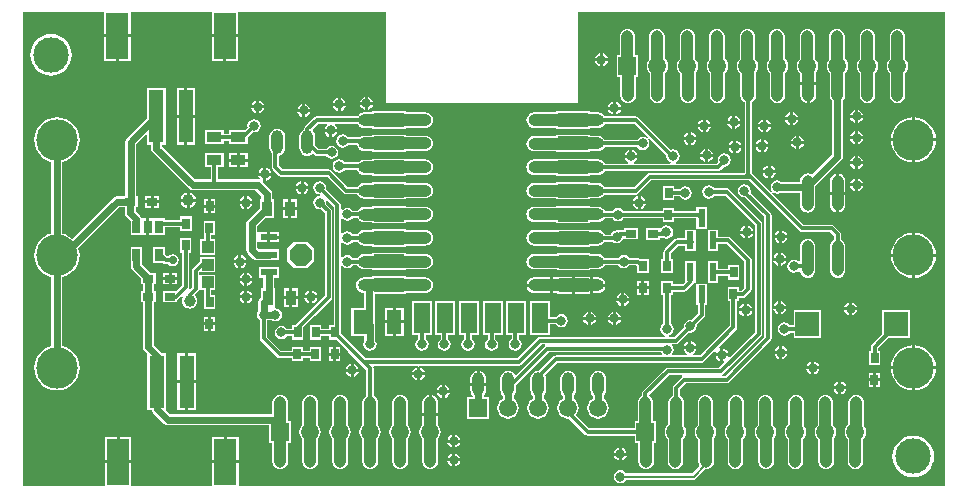
<source format=gtl>
%FSLAX44Y44*%
%MOMM*%
G71*
G01*
G75*
G04 Layer_Physical_Order=1*
G04 Layer_Color=255*
%ADD10R,1.3000X2.1000*%
%ADD11O,2.0000X1.0000*%
%ADD12O,4.0000X1.0000*%
%ADD13R,0.6500X0.9000*%
%ADD14R,2.0000X2.0000*%
%ADD15O,1.0000X3.0000*%
%ADD16R,0.9000X0.6500*%
%ADD17R,1.3000X0.9000*%
%ADD18O,1.0000X2.0000*%
%ADD19R,0.9000X1.3000*%
%ADD20R,1.9000X4.0000*%
%ADD21R,1.3000X4.5000*%
%ADD22R,0.6500X1.1000*%
%ADD23R,1.0000X1.0000*%
%ADD24R,0.6000X1.5000*%
%ADD25R,1.4000X0.6000*%
%ADD26P,2.0566X8X112.5*%
%ADD27R,1.3970X2.5400*%
%ADD28R,2.5400X1.1430*%
%ADD29C,0.3000*%
%ADD30C,0.6000*%
%ADD31C,0.4000*%
%ADD32C,0.5000*%
%ADD33C,0.2000*%
%ADD34C,3.0000*%
%ADD35R,1.5000X1.5000*%
%ADD36C,1.5000*%
%ADD37C,3.5000*%
%ADD38C,0.8000*%
%ADD39C,0.7000*%
%ADD40C,1.0000*%
G36*
X782149Y-142D02*
X183760D01*
Y19050D01*
X161680D01*
Y-142D01*
X92760D01*
Y19050D01*
X70680D01*
Y-142D01*
X1330D01*
Y401410D01*
X70240D01*
Y382270D01*
X92320D01*
Y401410D01*
X161240D01*
Y382270D01*
X183320D01*
Y401410D01*
X309000D01*
Y324000D01*
X470000D01*
X471000Y325000D01*
Y401410D01*
X782149D01*
Y-142D01*
D02*
G37*
%LPC*%
G36*
X226760Y158190D02*
X221990D01*
Y151420D01*
X226760D01*
Y158190D01*
D02*
G37*
G36*
X703270Y155396D02*
Y151270D01*
X707396D01*
X707218Y152162D01*
X705994Y153994D01*
X704162Y155219D01*
X703270Y155396D01*
D02*
G37*
G36*
X640730Y156396D02*
X639838Y156219D01*
X638006Y154994D01*
X636782Y153162D01*
X636604Y152270D01*
X640730D01*
Y156396D01*
D02*
G37*
G36*
X234070Y158190D02*
X229300D01*
Y151420D01*
X234070D01*
Y158190D01*
D02*
G37*
G36*
X700730Y155396D02*
X699838Y155219D01*
X698006Y153994D01*
X696781Y152162D01*
X696604Y151270D01*
X700730D01*
Y155396D01*
D02*
G37*
G36*
X647396Y149730D02*
X643270D01*
Y145604D01*
X644162Y145781D01*
X645994Y147006D01*
X647219Y148838D01*
X647396Y149730D01*
D02*
G37*
G36*
X640730D02*
X636604D01*
X636782Y148838D01*
X638006Y147006D01*
X639838Y145781D01*
X640730Y145604D01*
Y149730D01*
D02*
G37*
G36*
X614270Y154396D02*
Y150270D01*
X618396D01*
X618219Y151162D01*
X616994Y152994D01*
X615162Y154219D01*
X614270Y154396D01*
D02*
G37*
G36*
X611730D02*
X610838Y154219D01*
X609006Y152994D01*
X607781Y151162D01*
X607604Y150270D01*
X611730D01*
Y154396D01*
D02*
G37*
G36*
X643270Y156396D02*
Y152270D01*
X647396D01*
X647219Y153162D01*
X645994Y154994D01*
X644162Y156219D01*
X643270Y156396D01*
D02*
G37*
G36*
X507730Y163396D02*
X506838Y163218D01*
X505006Y161994D01*
X503781Y160162D01*
X503604Y159270D01*
X507730D01*
Y163396D01*
D02*
G37*
G36*
X195396Y158730D02*
X191270D01*
Y154604D01*
X192162Y154782D01*
X193994Y156006D01*
X195219Y157838D01*
X195396Y158730D01*
D02*
G37*
G36*
X510270Y163396D02*
Y159270D01*
X514396D01*
X514219Y160162D01*
X512994Y161994D01*
X511162Y163218D01*
X510270Y163396D01*
D02*
G37*
G36*
X234070Y167500D02*
X229300D01*
Y160730D01*
X234070D01*
Y167500D01*
D02*
G37*
G36*
X226760D02*
X221990D01*
Y160730D01*
X226760D01*
Y167500D01*
D02*
G37*
G36*
X514396Y156730D02*
X510270D01*
Y152604D01*
X511162Y152781D01*
X512994Y154006D01*
X514219Y155838D01*
X514396Y156730D01*
D02*
G37*
G36*
X507730D02*
X503604D01*
X503781Y155838D01*
X505006Y154006D01*
X506838Y152781D01*
X507730Y152604D01*
Y156730D01*
D02*
G37*
G36*
X243730Y158730D02*
X239604D01*
X239781Y157838D01*
X241006Y156006D01*
X242838Y154781D01*
X243730Y154604D01*
Y158730D01*
D02*
G37*
G36*
X188730Y158730D02*
X184604D01*
X184781Y157838D01*
X186006Y156006D01*
X187838Y154782D01*
X188730Y154604D01*
Y158730D01*
D02*
G37*
G36*
X250396Y158730D02*
X246270D01*
Y154604D01*
X247162Y154781D01*
X248994Y156006D01*
X250219Y157838D01*
X250396Y158730D01*
D02*
G37*
G36*
X707396Y148730D02*
X703270D01*
Y144604D01*
X704162Y144781D01*
X705994Y146006D01*
X707218Y147838D01*
X707396Y148730D01*
D02*
G37*
G36*
X486396Y140730D02*
X482270D01*
Y136604D01*
X483162Y136781D01*
X484994Y138006D01*
X486219Y139838D01*
X486396Y140730D01*
D02*
G37*
G36*
X479730D02*
X475604D01*
X475781Y139838D01*
X477006Y138006D01*
X478838Y136781D01*
X479730Y136604D01*
Y140730D01*
D02*
G37*
G36*
X500730D02*
X496604D01*
X496782Y139838D01*
X498006Y138006D01*
X499838Y136781D01*
X500730Y136604D01*
Y140730D01*
D02*
G37*
G36*
X157830Y143250D02*
X154310D01*
Y138480D01*
X157830D01*
Y143250D01*
D02*
G37*
G36*
X507396Y140730D02*
X503270D01*
Y136604D01*
X504162Y136781D01*
X505994Y138006D01*
X507219Y139838D01*
X507396Y140730D01*
D02*
G37*
G36*
X157830Y135940D02*
X154310D01*
Y131170D01*
X157830D01*
Y135940D01*
D02*
G37*
G36*
X323600Y137630D02*
X316830D01*
Y126860D01*
X323600D01*
Y137630D01*
D02*
G37*
G36*
X163890Y135940D02*
X160370D01*
Y131170D01*
X163890D01*
Y135940D01*
D02*
G37*
G36*
X677020Y148700D02*
X653940D01*
Y136100D01*
X650592D01*
X649994Y136994D01*
X648162Y138218D01*
X646000Y138649D01*
X643838Y138218D01*
X642006Y136994D01*
X640781Y135162D01*
X640351Y133000D01*
X640781Y130838D01*
X642006Y129006D01*
X643838Y127781D01*
X646000Y127352D01*
X648162Y127781D01*
X649994Y129006D01*
X650592Y129900D01*
X653940D01*
Y125620D01*
X677020D01*
Y148700D01*
D02*
G37*
G36*
X447719Y156516D02*
X430669D01*
Y128036D01*
X447719D01*
Y136900D01*
X452408D01*
X453006Y136006D01*
X454838Y134781D01*
X457000Y134352D01*
X459162Y134781D01*
X460994Y136006D01*
X462219Y137838D01*
X462649Y140000D01*
X462219Y142162D01*
X460994Y143994D01*
X459162Y145219D01*
X457000Y145648D01*
X454838Y145219D01*
X453006Y143994D01*
X452408Y143100D01*
X447719D01*
Y156516D01*
D02*
G37*
G36*
X163890Y143250D02*
X160370D01*
Y138480D01*
X163890D01*
Y143250D01*
D02*
G37*
G36*
X503270Y147396D02*
Y143270D01*
X507396D01*
X507219Y144162D01*
X505994Y145994D01*
X504162Y147219D01*
X503270Y147396D01*
D02*
G37*
G36*
X500730D02*
X499838Y147219D01*
X498006Y145994D01*
X496782Y144162D01*
X496604Y143270D01*
X500730D01*
Y147396D01*
D02*
G37*
G36*
X611730Y147730D02*
X607604D01*
X607781Y146838D01*
X609006Y145006D01*
X610838Y143781D01*
X611730Y143604D01*
Y147730D01*
D02*
G37*
G36*
X700730Y148730D02*
X696604D01*
X696781Y147838D01*
X698006Y146006D01*
X699838Y144781D01*
X700730Y144604D01*
Y148730D01*
D02*
G37*
G36*
X618396Y147730D02*
X614270D01*
Y143604D01*
X615162Y143781D01*
X616994Y145006D01*
X618219Y146838D01*
X618396Y147730D01*
D02*
G37*
G36*
X314290Y150940D02*
X307520D01*
Y140170D01*
X314290D01*
Y150940D01*
D02*
G37*
G36*
X209240Y185389D02*
X208793Y185300D01*
X200700D01*
Y176220D01*
X204611D01*
Y167500D01*
X202490D01*
Y159966D01*
X201727Y159203D01*
X200723Y157701D01*
X200371Y155930D01*
X200371Y155930D01*
Y148044D01*
X199781Y147162D01*
X199352Y145000D01*
X199781Y142838D01*
X201006Y141006D01*
X201900Y140408D01*
Y125000D01*
X201900Y125000D01*
X201900D01*
X202136Y123814D01*
X202808Y122808D01*
X216278Y109338D01*
X217284Y108666D01*
X218470Y108430D01*
X228860D01*
Y105490D01*
X238440D01*
Y108430D01*
X244100D01*
Y105490D01*
X253680D01*
Y117570D01*
X244100D01*
Y114630D01*
X238440D01*
Y117570D01*
X228860D01*
Y114630D01*
X219754D01*
X208100Y126284D01*
Y140371D01*
X211956D01*
X212838Y139781D01*
X215000Y139352D01*
X217162Y139781D01*
X218994Y141006D01*
X220219Y142838D01*
X220648Y145000D01*
X220219Y147162D01*
X218994Y148994D01*
X217162Y150218D01*
X215000Y150648D01*
D01*
X214681Y150862D01*
X214570Y151420D01*
X214570Y151420D01*
X214570Y151420D01*
Y167500D01*
X213869D01*
Y176220D01*
X217780D01*
Y185300D01*
X209687D01*
X209240Y185389D01*
D02*
G37*
G36*
X323600Y150940D02*
X316830D01*
Y140170D01*
X323600D01*
Y150940D01*
D02*
G37*
G36*
X482270Y147396D02*
Y143270D01*
X486396D01*
X486219Y144162D01*
X484994Y145994D01*
X483162Y147219D01*
X482270Y147396D01*
D02*
G37*
G36*
X479730D02*
X478838Y147219D01*
X477006Y145994D01*
X475781Y144162D01*
X475604Y143270D01*
X479730D01*
Y147396D01*
D02*
G37*
G36*
X183730Y188730D02*
X179604D01*
X179781Y187838D01*
X181006Y186006D01*
X182838Y184781D01*
X183730Y184604D01*
Y188730D01*
D02*
G37*
G36*
X143900Y209650D02*
X134320D01*
Y197570D01*
X136011D01*
Y170074D01*
X130857Y164920D01*
X119990D01*
Y155340D01*
X132070D01*
Y157556D01*
X132642Y157938D01*
X135869Y161165D01*
X136824Y160328D01*
X136647Y160098D01*
X135988Y158507D01*
X135764Y156800D01*
X135988Y155093D01*
X136647Y153502D01*
X137696Y152136D01*
X139062Y151087D01*
X140653Y150428D01*
X142360Y150204D01*
X144067Y150428D01*
X145658Y151087D01*
X147024Y152136D01*
X148073Y153502D01*
X148732Y155093D01*
X148956Y156800D01*
X148732Y158507D01*
X148073Y160098D01*
X147024Y161464D01*
X146982Y162118D01*
X149632Y164768D01*
X150304Y165774D01*
D01*
X150304D01*
X151011Y165750D01*
X151060Y165740D01*
X151298Y165740D01*
X151298Y165740D01*
D01*
D01*
D01*
D01*
X151298Y165740D01*
X154501D01*
Y156800D01*
X154560Y156501D01*
Y149670D01*
X164140D01*
Y161750D01*
X160700D01*
Y165740D01*
X164140D01*
Y178820D01*
X151438D01*
X151438Y178820D01*
Y178820D01*
X151060Y178820D01*
X150540Y179340D01*
Y180740D01*
X151060D01*
X151060Y180740D01*
X151060Y180740D01*
X151060D01*
D01*
X164140D01*
Y193820D01*
X151060D01*
Y189961D01*
X150328Y189472D01*
X145248Y184392D01*
X144576Y183386D01*
X144340Y182200D01*
Y168244D01*
X143009Y166912D01*
X141974Y167604D01*
X142210Y168790D01*
X142210Y168790D01*
X142210Y168790D01*
Y168790D01*
Y197570D01*
X143900D01*
Y209650D01*
D02*
G37*
G36*
X190396Y188730D02*
X186270D01*
Y184604D01*
X187162Y184781D01*
X188994Y186006D01*
X190219Y187838D01*
X190396Y188730D01*
D02*
G37*
G36*
X121090Y202640D02*
X111510D01*
Y188560D01*
X120180D01*
X120814Y188136D01*
X122000Y187900D01*
X124010D01*
X124366Y187366D01*
X126034Y186252D01*
X128000Y185861D01*
X129966Y186252D01*
X131634Y187366D01*
X132748Y189034D01*
X133139Y191000D01*
X132748Y192966D01*
X131634Y194634D01*
X129966Y195748D01*
X128000Y196139D01*
X126034Y195748D01*
X124366Y194634D01*
X124275Y194497D01*
X123011Y194372D01*
X121090Y196293D01*
Y202640D01*
D02*
G37*
G36*
X241760Y206800D02*
X230720D01*
X225200Y201280D01*
Y190240D01*
X230720Y184720D01*
X241760D01*
X247280Y190240D01*
Y201280D01*
X241760Y206800D01*
D02*
G37*
G36*
X191270Y180396D02*
Y176270D01*
X195396D01*
X195219Y177162D01*
X193994Y178994D01*
X192162Y180219D01*
X191270Y180396D01*
D02*
G37*
G36*
X188730D02*
X187838Y180219D01*
X186006Y178994D01*
X184781Y177162D01*
X184604Y176270D01*
X188730D01*
Y180396D01*
D02*
G37*
G36*
X124760Y180160D02*
X119990D01*
Y176640D01*
X124760D01*
Y180160D01*
D02*
G37*
G36*
X481628Y197171D02*
X453148D01*
Y196597D01*
X434000D01*
X432293Y196372D01*
X430702Y195713D01*
X429336Y194664D01*
X428287Y193298D01*
X427628Y191707D01*
X427404Y190000D01*
X427628Y188293D01*
X428287Y186702D01*
X429336Y185336D01*
X430702Y184287D01*
X432293Y183628D01*
X434000Y183404D01*
X453148D01*
Y182661D01*
X481628D01*
Y183404D01*
X488000D01*
X489707Y183629D01*
X491298Y184287D01*
X492664Y185336D01*
X493713Y186702D01*
X493760Y186816D01*
X505408D01*
X506006Y185922D01*
X507838Y184697D01*
X510000Y184268D01*
X512162Y184697D01*
X513994Y185922D01*
X514592Y186816D01*
X520300D01*
X521550Y185567D01*
Y180190D01*
X531130D01*
Y192270D01*
X523533D01*
X523208Y192487D01*
X522770Y192780D01*
X521584Y193016D01*
X514592D01*
X513994Y193910D01*
X512162Y195135D01*
X510000Y195564D01*
X507838Y195135D01*
X506006Y193910D01*
X505408Y193016D01*
X493830D01*
X493713Y193298D01*
X492664Y194664D01*
X491298Y195713D01*
X489707Y196372D01*
X488000Y196597D01*
X481628D01*
Y197171D01*
D02*
G37*
G36*
X132070Y180160D02*
X127300D01*
Y176640D01*
X132070D01*
Y180160D01*
D02*
G37*
G36*
X640730Y190730D02*
X636604D01*
X636782Y189838D01*
X638006Y188006D01*
X639838Y186781D01*
X640730Y186604D01*
Y190730D01*
D02*
G37*
G36*
X163890Y224530D02*
X154310D01*
Y212450D01*
X154501D01*
Y208820D01*
X151060D01*
Y195740D01*
X164140D01*
Y208820D01*
X160700D01*
Y212450D01*
X163890D01*
Y224530D01*
D02*
G37*
G36*
X643270Y197396D02*
Y193270D01*
X647396D01*
X647219Y194162D01*
X645994Y195994D01*
X644162Y197219D01*
X643270Y197396D01*
D02*
G37*
G36*
X753900Y214257D02*
X751438Y214014D01*
X747848Y212926D01*
X744541Y211158D01*
X741641Y208778D01*
X739262Y205879D01*
X737494Y202572D01*
X736405Y198983D01*
X736163Y196520D01*
X753900D01*
Y214257D01*
D02*
G37*
G36*
X570940Y216980D02*
X561860D01*
Y209600D01*
X555000D01*
X553814Y209364D01*
X552808Y208692D01*
X544468Y200352D01*
X543796Y199346D01*
X543560Y198160D01*
Y192270D01*
X541870D01*
Y180190D01*
X551450D01*
Y192270D01*
X549760D01*
Y196876D01*
X556284Y203400D01*
X561860D01*
Y198900D01*
X570940D01*
Y216980D01*
D02*
G37*
G36*
X756440Y214257D02*
Y196520D01*
X774177D01*
X773934Y198983D01*
X772846Y202572D01*
X771078Y205879D01*
X768698Y208778D01*
X765799Y211158D01*
X762492Y212926D01*
X758903Y214014D01*
X756440Y214257D01*
D02*
G37*
G36*
X665600Y209196D02*
X663893Y208972D01*
X662302Y208313D01*
X660936Y207264D01*
X659887Y205898D01*
X659228Y204307D01*
X659004Y202600D01*
Y190669D01*
X658989Y190659D01*
X657884Y190068D01*
X656162Y191219D01*
X654000Y191649D01*
X651838Y191219D01*
X650006Y189994D01*
X648781Y188162D01*
X648352Y186000D01*
X648781Y183838D01*
X650006Y182006D01*
X651838Y180781D01*
X654000Y180352D01*
X656162Y180781D01*
X657994Y182006D01*
D01*
Y182006D01*
X657994Y182006D01*
X659187Y181209D01*
X659228Y180893D01*
X659887Y179302D01*
X660936Y177936D01*
X662302Y176887D01*
X663893Y176228D01*
X665600Y176004D01*
X667307Y176228D01*
X668898Y176887D01*
X670264Y177936D01*
X671313Y179302D01*
X671972Y180893D01*
X672196Y182600D01*
Y202600D01*
X671972Y204307D01*
X671313Y205898D01*
X670264Y207264D01*
X668898Y208313D01*
X667307Y208972D01*
X665600Y209196D01*
D02*
G37*
G36*
X647396Y190730D02*
X643270D01*
Y186604D01*
X644162Y186781D01*
X645994Y188006D01*
X647219Y189838D01*
X647396Y190730D01*
D02*
G37*
G36*
X183730Y195396D02*
X182838Y195219D01*
X181006Y193994D01*
X179781Y192162D01*
X179604Y191270D01*
X183730D01*
Y195396D01*
D02*
G37*
G36*
X640730Y197396D02*
X639838Y197219D01*
X638006Y195994D01*
X636782Y194162D01*
X636604Y193270D01*
X640730D01*
Y197396D01*
D02*
G37*
G36*
X186270Y195396D02*
Y191270D01*
X190396D01*
X190219Y192162D01*
X188994Y193994D01*
X187162Y195219D01*
X186270Y195396D01*
D02*
G37*
G36*
X466118Y177105D02*
X453148D01*
Y176597D01*
X450270D01*
Y169998D01*
Y163404D01*
X453148D01*
Y162595D01*
X466118D01*
Y169848D01*
Y177105D01*
D02*
G37*
G36*
X530880Y166460D02*
X527360D01*
Y161690D01*
X530880D01*
Y166460D01*
D02*
G37*
G36*
X481628Y177105D02*
X468658D01*
Y169848D01*
Y162595D01*
X481628D01*
Y163404D01*
X481730D01*
Y169998D01*
Y176597D01*
X481628D01*
Y177105D01*
D02*
G37*
G36*
X494429Y168730D02*
X484270D01*
Y163404D01*
X488000D01*
X489707Y163629D01*
X491298Y164287D01*
X492664Y165336D01*
X493713Y166702D01*
X494372Y168293D01*
X494429Y168730D01*
D02*
G37*
G36*
X447730Y168730D02*
X427571D01*
X427628Y168293D01*
X428287Y166702D01*
X429336Y165336D01*
X430702Y164287D01*
X432293Y163628D01*
X434000Y163404D01*
X447730D01*
Y168730D01*
D02*
G37*
G36*
X246270Y165396D02*
Y161270D01*
X250396D01*
X250219Y162162D01*
X248994Y163994D01*
X247162Y165219D01*
X246270Y165396D01*
D02*
G37*
G36*
X243730D02*
X242838Y165219D01*
X241006Y163994D01*
X239781Y162162D01*
X239604Y161270D01*
X243730D01*
Y165396D01*
D02*
G37*
G36*
X188730Y165396D02*
X187838Y165219D01*
X186006Y163994D01*
X184781Y162162D01*
X184604Y161270D01*
X188730D01*
Y165396D01*
D02*
G37*
G36*
X524820Y166460D02*
X521300D01*
Y161690D01*
X524820D01*
Y166460D01*
D02*
G37*
G36*
X191270Y165396D02*
Y161270D01*
X195396D01*
X195219Y162162D01*
X193994Y163994D01*
X192162Y165219D01*
X191270Y165396D01*
D02*
G37*
G36*
X524820Y173770D02*
X521300D01*
Y169000D01*
X524820D01*
Y173770D01*
D02*
G37*
G36*
X488000Y176597D02*
X484270D01*
Y171270D01*
X494429D01*
X494372Y171707D01*
X493713Y173298D01*
X492664Y174665D01*
X491298Y175713D01*
X489707Y176372D01*
X488000Y176597D01*
D02*
G37*
G36*
X447730Y176597D02*
X434000D01*
X432293Y176372D01*
X430702Y175713D01*
X429336Y174664D01*
X428287Y173298D01*
X427628Y171707D01*
X427571Y171270D01*
X447730D01*
Y176597D01*
D02*
G37*
G36*
X589940Y190260D02*
X580860D01*
Y172180D01*
X589940D01*
Y177690D01*
X598260D01*
Y174750D01*
X607840D01*
Y186830D01*
X598260D01*
Y183890D01*
X589940D01*
Y190260D01*
D02*
G37*
G36*
X774177Y193980D02*
X756440D01*
Y176243D01*
X758903Y176486D01*
X762492Y177574D01*
X765799Y179342D01*
X768698Y181722D01*
X771078Y184621D01*
X772846Y187929D01*
X773934Y191518D01*
X774177Y193980D01*
D02*
G37*
G36*
X753900D02*
X736163D01*
X736405Y191518D01*
X737494Y187929D01*
X739262Y184621D01*
X741641Y181722D01*
X744541Y179342D01*
X747848Y177574D01*
X751438Y176486D01*
X753900Y176243D01*
Y193980D01*
D02*
G37*
G36*
X188730Y173730D02*
X184604D01*
X184781Y172838D01*
X186006Y171006D01*
X187838Y169781D01*
X188730Y169604D01*
Y173730D01*
D02*
G37*
G36*
X530880Y173770D02*
X527360D01*
Y169000D01*
X530880D01*
Y173770D01*
D02*
G37*
G36*
X195396Y173730D02*
X191270D01*
Y169604D01*
X192162Y169781D01*
X193994Y171006D01*
X195219Y172838D01*
X195396Y173730D01*
D02*
G37*
G36*
X132070Y174100D02*
X127300D01*
Y170580D01*
X132070D01*
Y174100D01*
D02*
G37*
G36*
X124760D02*
X119990D01*
Y170580D01*
X124760D01*
Y174100D01*
D02*
G37*
G36*
X314290Y137630D02*
X307520D01*
Y126860D01*
X314290D01*
Y137630D01*
D02*
G37*
G36*
X367270Y43396D02*
Y39270D01*
X371396D01*
X371219Y40162D01*
X369994Y41994D01*
X368162Y43219D01*
X367270Y43396D01*
D02*
G37*
G36*
X364730D02*
X363838Y43219D01*
X362006Y41994D01*
X360781Y40162D01*
X360604Y39270D01*
X364730D01*
Y43396D01*
D02*
G37*
G36*
X488160Y97636D02*
X486453Y97412D01*
X484862Y96753D01*
X483496Y95704D01*
X482447Y94338D01*
X481788Y92747D01*
X481564Y91040D01*
Y81040D01*
X481788Y79333D01*
X482447Y77742D01*
X483496Y76376D01*
X483531Y76348D01*
Y73883D01*
X481713Y72487D01*
X480264Y70599D01*
X479353Y68400D01*
X479042Y66040D01*
X479353Y63680D01*
X480264Y61481D01*
X481713Y59593D01*
X483601Y58144D01*
X485800Y57233D01*
X488160Y56922D01*
X490520Y57233D01*
X492719Y58144D01*
X494607Y59593D01*
X496056Y61481D01*
X496967Y63680D01*
X497278Y66040D01*
X496967Y68400D01*
X496056Y70599D01*
X494607Y72487D01*
X492789Y73883D01*
Y76348D01*
X492824Y76376D01*
X493873Y77742D01*
X494532Y79333D01*
X494756Y81040D01*
Y91040D01*
X494532Y92747D01*
X493873Y94338D01*
X492824Y95704D01*
X491458Y96753D01*
X489867Y97412D01*
X488160Y97636D01*
D02*
G37*
G36*
X347190Y77149D02*
Y61990D01*
X352516D01*
Y70720D01*
X352292Y72427D01*
X351633Y74018D01*
X350584Y75384D01*
X349218Y76433D01*
X347627Y77092D01*
X347190Y77149D01*
D02*
G37*
G36*
X344650D02*
X344213Y77092D01*
X342622Y76433D01*
X341256Y75384D01*
X340207Y74018D01*
X339548Y72427D01*
X339324Y70720D01*
Y61990D01*
X344650D01*
Y77149D01*
D02*
G37*
G36*
X505730Y32396D02*
X504838Y32219D01*
X503006Y30994D01*
X501781Y29162D01*
X501604Y28270D01*
X505730D01*
Y32396D01*
D02*
G37*
G36*
X367270Y27396D02*
Y23270D01*
X371396D01*
X371219Y24162D01*
X369994Y25994D01*
X368162Y27219D01*
X367270Y27396D01*
D02*
G37*
G36*
X508270Y32396D02*
Y28270D01*
X512396D01*
X512219Y29162D01*
X510994Y30994D01*
X509162Y32219D01*
X508270Y32396D01*
D02*
G37*
G36*
X371396Y36730D02*
X367270D01*
Y32604D01*
X368162Y32781D01*
X369994Y34006D01*
X371219Y35838D01*
X371396Y36730D01*
D02*
G37*
G36*
X364730D02*
X360604D01*
X360781Y35838D01*
X362006Y34006D01*
X363838Y32781D01*
X364730Y32604D01*
Y36730D01*
D02*
G37*
G36*
X138450Y87050D02*
X131680D01*
Y64280D01*
X138450D01*
Y87050D01*
D02*
G37*
G36*
X774177Y98730D02*
X756440D01*
Y80993D01*
X758903Y81236D01*
X762492Y82324D01*
X765799Y84092D01*
X768698Y86472D01*
X771078Y89371D01*
X772846Y92678D01*
X773934Y96267D01*
X774177Y98730D01*
D02*
G37*
G36*
X753900D02*
X736163D01*
X736405Y96267D01*
X737494Y92678D01*
X739262Y89371D01*
X741641Y86472D01*
X744541Y84092D01*
X747848Y82324D01*
X751438Y81236D01*
X753900Y80993D01*
Y98730D01*
D02*
G37*
G36*
X355730Y85396D02*
X354838Y85218D01*
X353006Y83994D01*
X351781Y82162D01*
X351604Y81270D01*
X355730D01*
Y85396D01*
D02*
G37*
G36*
X720820Y88460D02*
X717300D01*
Y83690D01*
X720820D01*
Y88460D01*
D02*
G37*
G36*
X358270Y85396D02*
Y81270D01*
X362396D01*
X362219Y82162D01*
X360994Y83994D01*
X359162Y85218D01*
X358270Y85396D01*
D02*
G37*
G36*
X355730Y78730D02*
X351604D01*
X351781Y77838D01*
X353006Y76006D01*
X354838Y74781D01*
X355730Y74604D01*
Y78730D01*
D02*
G37*
G36*
X147760Y87050D02*
X140990D01*
Y64280D01*
X147760D01*
Y87050D01*
D02*
G37*
G36*
X362396Y78730D02*
X358270D01*
Y74604D01*
X359162Y74781D01*
X360994Y76006D01*
X362219Y77838D01*
X362396Y78730D01*
D02*
G37*
G36*
X698396Y81730D02*
X694270D01*
Y77604D01*
X695162Y77782D01*
X696994Y79006D01*
X698219Y80838D01*
X698396Y81730D01*
D02*
G37*
G36*
X691730D02*
X687604D01*
X687782Y80838D01*
X689006Y79006D01*
X690838Y77782D01*
X691730Y77604D01*
Y81730D01*
D02*
G37*
G36*
X579120Y77316D02*
X577413Y77092D01*
X575822Y76433D01*
X574456Y75384D01*
X573407Y74018D01*
X572748Y72427D01*
X572524Y70720D01*
Y51973D01*
X571224Y50279D01*
X570313Y48080D01*
X570002Y45720D01*
X570313Y43360D01*
X571224Y41161D01*
X572673Y39273D01*
X573123Y38927D01*
Y20720D01*
X573348Y19013D01*
X574007Y17422D01*
X574333Y16996D01*
X567927Y10590D01*
X511932D01*
X510994Y11994D01*
X509162Y13219D01*
X507000Y13649D01*
X504838Y13219D01*
X503006Y11994D01*
X501781Y10162D01*
X501352Y8000D01*
X501781Y5838D01*
X503006Y4006D01*
X504838Y2781D01*
X507000Y2351D01*
X509162Y2781D01*
X510994Y4006D01*
X511932Y5410D01*
X569000D01*
X569991Y5607D01*
X570831Y6169D01*
X570831Y6169D01*
X570831Y6169D01*
X578895Y14232D01*
X579719Y14124D01*
X581427Y14348D01*
X583018Y15007D01*
X584384Y16056D01*
X585432Y17422D01*
X586091Y19013D01*
X586316Y20720D01*
Y40248D01*
X587016Y41161D01*
X587927Y43360D01*
X588238Y45720D01*
X587927Y48080D01*
X587016Y50279D01*
X585716Y51973D01*
Y70720D01*
X585492Y72427D01*
X584833Y74018D01*
X583784Y75384D01*
X582418Y76433D01*
X580827Y77092D01*
X579120Y77316D01*
D02*
G37*
G36*
X352516Y59450D02*
X339324D01*
Y51973D01*
X338024Y50279D01*
X337113Y48080D01*
X336802Y45720D01*
X337113Y43360D01*
X338024Y41161D01*
X339324Y39467D01*
Y20720D01*
X339548Y19013D01*
X340207Y17422D01*
X341256Y16056D01*
X342622Y15007D01*
X344213Y14348D01*
X345920Y14124D01*
X347627Y14348D01*
X349218Y15007D01*
X350584Y16056D01*
X351633Y17422D01*
X352292Y19013D01*
X352516Y20720D01*
Y39467D01*
X353816Y41161D01*
X354727Y43360D01*
X355038Y45720D01*
X354727Y48080D01*
X353816Y50279D01*
X352516Y51973D01*
Y59450D01*
D02*
G37*
G36*
X605119Y77316D02*
X603412Y77092D01*
X601821Y76433D01*
X600455Y75384D01*
X599407Y74018D01*
X598748Y72427D01*
X598523Y70720D01*
Y52513D01*
X598073Y52167D01*
X596624Y50279D01*
X595713Y48080D01*
X595402Y45720D01*
X595713Y43360D01*
X596624Y41161D01*
X597924Y39467D01*
Y20720D01*
X598148Y19013D01*
X598807Y17422D01*
X599856Y16056D01*
X601222Y15007D01*
X602813Y14348D01*
X604520Y14124D01*
X606227Y14348D01*
X607818Y15007D01*
X609184Y16056D01*
X610233Y17422D01*
X610892Y19013D01*
X611116Y20720D01*
Y39467D01*
X612416Y41161D01*
X613327Y43360D01*
X613638Y45720D01*
X613327Y48080D01*
X612416Y50279D01*
X611716Y51192D01*
Y70720D01*
X611491Y72427D01*
X610832Y74018D01*
X609784Y75384D01*
X608418Y76433D01*
X606827Y77092D01*
X605119Y77316D01*
D02*
G37*
G36*
X655919D02*
X654212Y77092D01*
X652621Y76433D01*
X651255Y75384D01*
X650207Y74018D01*
X649548Y72427D01*
X649323Y70720D01*
Y52513D01*
X648873Y52167D01*
X647424Y50279D01*
X646513Y48080D01*
X646202Y45720D01*
X646513Y43360D01*
X647424Y41161D01*
X648724Y39467D01*
Y20720D01*
X648948Y19013D01*
X649607Y17422D01*
X650656Y16056D01*
X652022Y15007D01*
X653613Y14348D01*
X655320Y14124D01*
X657027Y14348D01*
X658618Y15007D01*
X659984Y16056D01*
X661033Y17422D01*
X661692Y19013D01*
X661916Y20720D01*
Y39467D01*
X663216Y41161D01*
X664127Y43360D01*
X664438Y45720D01*
X664127Y48080D01*
X663216Y50279D01*
X662516Y51192D01*
Y70720D01*
X662291Y72427D01*
X661632Y74018D01*
X660584Y75384D01*
X659218Y76433D01*
X657627Y77092D01*
X655919Y77316D01*
D02*
G37*
G36*
X629920D02*
X628213Y77092D01*
X626622Y76433D01*
X625256Y75384D01*
X624207Y74018D01*
X623548Y72427D01*
X623324Y70720D01*
Y51973D01*
X622024Y50279D01*
X621113Y48080D01*
X620802Y45720D01*
X621113Y43360D01*
X622024Y41161D01*
X623473Y39273D01*
X623923Y38927D01*
Y20720D01*
X624148Y19013D01*
X624807Y17422D01*
X625855Y16056D01*
X627221Y15007D01*
X628812Y14348D01*
X630519Y14124D01*
X632227Y14348D01*
X633818Y15007D01*
X635184Y16056D01*
X636232Y17422D01*
X636891Y19013D01*
X637116Y20720D01*
Y40248D01*
X637816Y41161D01*
X638727Y43360D01*
X639038Y45720D01*
X638727Y48080D01*
X637816Y50279D01*
X636516Y51973D01*
Y70720D01*
X636292Y72427D01*
X635633Y74018D01*
X634584Y75384D01*
X633218Y76433D01*
X631627Y77092D01*
X629920Y77316D01*
D02*
G37*
G36*
X102090Y202640D02*
X92510D01*
Y188560D01*
X92671D01*
Y185850D01*
X92671Y185850D01*
X93024Y184079D01*
X94027Y182577D01*
X101490Y175114D01*
Y170830D01*
X102901D01*
Y165170D01*
X101490D01*
Y155590D01*
X102901D01*
Y117470D01*
X102901Y117470D01*
X103253Y115698D01*
X104257Y114197D01*
X106680Y111774D01*
Y64280D01*
X110290D01*
X110443Y63509D01*
X111447Y62007D01*
X120727Y52727D01*
X122229Y51723D01*
X124000Y51371D01*
X124000Y51371D01*
X209880D01*
Y36680D01*
X212324D01*
Y20720D01*
X212548Y19013D01*
X213207Y17422D01*
X214256Y16056D01*
X215622Y15007D01*
X217213Y14348D01*
X218920Y14124D01*
X220627Y14348D01*
X222218Y15007D01*
X223584Y16056D01*
X224633Y17422D01*
X225292Y19013D01*
X225516Y20720D01*
Y36680D01*
X227960D01*
Y54760D01*
X225516D01*
Y70720D01*
X225292Y72427D01*
X224633Y74018D01*
X223584Y75384D01*
X222218Y76433D01*
X220627Y77092D01*
X218920Y77316D01*
X217213Y77092D01*
X215622Y76433D01*
X214256Y75384D01*
X213207Y74018D01*
X212548Y72427D01*
X212324Y70720D01*
Y60629D01*
X125917D01*
X122615Y63931D01*
X122760Y64280D01*
X122760D01*
X122760Y64280D01*
Y112360D01*
X118790D01*
X117993Y113553D01*
X112159Y119387D01*
Y155590D01*
X113570D01*
Y165170D01*
X112159D01*
Y170830D01*
X113570D01*
Y180410D01*
X109286D01*
X101929Y187767D01*
Y188560D01*
X102090D01*
Y202640D01*
D02*
G37*
G36*
X755000Y42625D02*
X751562Y42287D01*
X748255Y41284D01*
X745208Y39655D01*
X742537Y37463D01*
X740346Y34792D01*
X738717Y31745D01*
X737714Y28439D01*
X737375Y25001D01*
X737714Y21562D01*
X738717Y18256D01*
X740346Y15209D01*
X742537Y12538D01*
X745208Y10346D01*
X748255Y8717D01*
X751562Y7714D01*
X755000Y7376D01*
X758438Y7714D01*
X761745Y8717D01*
X764792Y10346D01*
X767463Y12538D01*
X769654Y15209D01*
X771283Y18256D01*
X772286Y21562D01*
X772625Y25001D01*
X772286Y28439D01*
X771283Y31745D01*
X769654Y34792D01*
X767463Y37463D01*
X764792Y39655D01*
X761745Y41284D01*
X758438Y42287D01*
X755000Y42625D01*
D02*
G37*
G36*
X244320Y77316D02*
X242613Y77092D01*
X241022Y76433D01*
X239656Y75384D01*
X238607Y74018D01*
X237948Y72427D01*
X237724Y70720D01*
Y51973D01*
X236424Y50279D01*
X235513Y48080D01*
X235202Y45720D01*
X235513Y43360D01*
X236424Y41161D01*
X237724Y39467D01*
Y20720D01*
X237948Y19013D01*
X238607Y17422D01*
X239656Y16056D01*
X241022Y15007D01*
X242613Y14348D01*
X244320Y14124D01*
X246027Y14348D01*
X247618Y15007D01*
X248984Y16056D01*
X250033Y17422D01*
X250692Y19013D01*
X250916Y20720D01*
Y39467D01*
X252216Y41161D01*
X253127Y43360D01*
X253438Y45720D01*
X253127Y48080D01*
X252216Y50279D01*
X250916Y51973D01*
Y70720D01*
X250692Y72427D01*
X250033Y74018D01*
X248984Y75384D01*
X247618Y76433D01*
X246027Y77092D01*
X244320Y77316D01*
D02*
G37*
G36*
X320520D02*
X318813Y77092D01*
X317222Y76433D01*
X315856Y75384D01*
X314807Y74018D01*
X314148Y72427D01*
X313924Y70720D01*
Y51973D01*
X312624Y50279D01*
X311713Y48080D01*
X311402Y45720D01*
X311713Y43360D01*
X312624Y41161D01*
X313924Y39467D01*
Y20720D01*
X314148Y19013D01*
X314807Y17422D01*
X315856Y16056D01*
X317222Y15007D01*
X318813Y14348D01*
X320520Y14124D01*
X322227Y14348D01*
X323818Y15007D01*
X325184Y16056D01*
X326233Y17422D01*
X326892Y19013D01*
X327116Y20720D01*
Y39467D01*
X328416Y41161D01*
X329327Y43360D01*
X329638Y45720D01*
X329327Y48080D01*
X328416Y50279D01*
X327116Y51973D01*
Y70720D01*
X326892Y72427D01*
X326233Y74018D01*
X325184Y75384D01*
X323818Y76433D01*
X322227Y77092D01*
X320520Y77316D01*
D02*
G37*
G36*
X269720D02*
X268013Y77092D01*
X266422Y76433D01*
X265056Y75384D01*
X264007Y74018D01*
X263348Y72427D01*
X263124Y70720D01*
Y51973D01*
X261824Y50279D01*
X260913Y48080D01*
X260602Y45720D01*
X260913Y43360D01*
X261824Y41161D01*
X263124Y39467D01*
Y20720D01*
X263348Y19013D01*
X264007Y17422D01*
X265056Y16056D01*
X266422Y15007D01*
X268013Y14348D01*
X269720Y14124D01*
X271427Y14348D01*
X273018Y15007D01*
X274384Y16056D01*
X275433Y17422D01*
X276092Y19013D01*
X276316Y20720D01*
Y39467D01*
X277616Y41161D01*
X278527Y43360D01*
X278838Y45720D01*
X278527Y48080D01*
X277616Y50279D01*
X276316Y51973D01*
Y70720D01*
X276092Y72427D01*
X275433Y74018D01*
X274384Y75384D01*
X273018Y76433D01*
X271427Y77092D01*
X269720Y77316D01*
D02*
G37*
G36*
X680720D02*
X679013Y77092D01*
X677422Y76433D01*
X676056Y75384D01*
X675007Y74018D01*
X674348Y72427D01*
X674124Y70720D01*
Y51973D01*
X672824Y50279D01*
X671913Y48080D01*
X671602Y45720D01*
X671913Y43360D01*
X672824Y41161D01*
X674273Y39273D01*
X674723Y38927D01*
Y20720D01*
X674948Y19013D01*
X675607Y17422D01*
X676655Y16056D01*
X678021Y15007D01*
X679612Y14348D01*
X681319Y14124D01*
X683027Y14348D01*
X684618Y15007D01*
X685984Y16056D01*
X687032Y17422D01*
X687691Y19013D01*
X687916Y20720D01*
Y40248D01*
X688616Y41161D01*
X689527Y43360D01*
X689838Y45720D01*
X689527Y48080D01*
X688616Y50279D01*
X687316Y51973D01*
Y70720D01*
X687092Y72427D01*
X686433Y74018D01*
X685384Y75384D01*
X684018Y76433D01*
X682427Y77092D01*
X680720Y77316D01*
D02*
G37*
G36*
X183760Y41860D02*
X173990D01*
Y21590D01*
X183760D01*
Y41860D01*
D02*
G37*
G36*
X171450D02*
X161680D01*
Y21590D01*
X171450D01*
Y41860D01*
D02*
G37*
G36*
X505730Y25730D02*
X501604D01*
X501781Y24838D01*
X503006Y23006D01*
X504838Y21781D01*
X505730Y21604D01*
Y25730D01*
D02*
G37*
G36*
X364730Y27396D02*
X363838Y27219D01*
X362006Y25994D01*
X360781Y24162D01*
X360604Y23270D01*
X364730D01*
Y27396D01*
D02*
G37*
G36*
X512396Y25730D02*
X508270D01*
Y21604D01*
X509162Y21781D01*
X510994Y23006D01*
X512219Y24838D01*
X512396Y25730D01*
D02*
G37*
G36*
X364730Y20730D02*
X360604D01*
X360781Y19838D01*
X362006Y18006D01*
X363838Y16781D01*
X364730Y16604D01*
Y20730D01*
D02*
G37*
G36*
X706719Y77316D02*
X705012Y77092D01*
X703421Y76433D01*
X702055Y75384D01*
X701007Y74018D01*
X700348Y72427D01*
X700123Y70720D01*
Y52513D01*
X699673Y52167D01*
X698224Y50279D01*
X697313Y48080D01*
X697002Y45720D01*
X697313Y43360D01*
X698224Y41161D01*
X699524Y39467D01*
Y20720D01*
X699748Y19013D01*
X700407Y17422D01*
X701456Y16056D01*
X702822Y15007D01*
X704413Y14348D01*
X706120Y14124D01*
X707827Y14348D01*
X709418Y15007D01*
X710784Y16056D01*
X711833Y17422D01*
X712492Y19013D01*
X712716Y20720D01*
Y39467D01*
X714016Y41161D01*
X714927Y43360D01*
X715238Y45720D01*
X714927Y48080D01*
X714016Y50279D01*
X713316Y51192D01*
Y70720D01*
X713091Y72427D01*
X712432Y74018D01*
X711384Y75384D01*
X710018Y76433D01*
X708427Y77092D01*
X706719Y77316D01*
D02*
G37*
G36*
X371396Y20730D02*
X367270D01*
Y16604D01*
X368162Y16781D01*
X369994Y18006D01*
X371219Y19838D01*
X371396Y20730D01*
D02*
G37*
G36*
X92760Y41860D02*
X82990D01*
Y21590D01*
X92760D01*
Y41860D01*
D02*
G37*
G36*
X80450D02*
X70680D01*
Y21590D01*
X80450D01*
Y41860D01*
D02*
G37*
G36*
X648396Y111730D02*
X644270D01*
Y107604D01*
X645162Y107781D01*
X646994Y109006D01*
X648219Y110838D01*
X648396Y111730D01*
D02*
G37*
G36*
X641730D02*
X637604D01*
X637781Y110838D01*
X639006Y109006D01*
X640838Y107781D01*
X641730Y107604D01*
Y111730D01*
D02*
G37*
G36*
X594270Y116396D02*
Y112270D01*
X598396D01*
X598219Y113162D01*
X596994Y114994D01*
X595162Y116219D01*
X594270Y116396D01*
D02*
G37*
G36*
X269940Y117490D02*
X266420D01*
Y112720D01*
X269940D01*
Y117490D01*
D02*
G37*
G36*
X263880D02*
X260360D01*
Y112720D01*
X263880D01*
Y117490D01*
D02*
G37*
G36*
X752024Y148700D02*
X728944D01*
Y128807D01*
X720148Y120012D01*
X719476Y119006D01*
X719240Y117820D01*
Y114270D01*
X717550D01*
Y102190D01*
X727130D01*
Y114270D01*
X725440D01*
Y116536D01*
X734523Y125620D01*
X752024D01*
Y148700D01*
D02*
G37*
G36*
X756440Y119007D02*
Y101270D01*
X774177D01*
X773934Y103733D01*
X772846Y107322D01*
X771078Y110629D01*
X768698Y113528D01*
X765799Y115908D01*
X762492Y117676D01*
X758903Y118764D01*
X756440Y119007D01*
D02*
G37*
G36*
X263880Y110180D02*
X260360D01*
Y105410D01*
X263880D01*
Y110180D01*
D02*
G37*
G36*
X591730Y109730D02*
X587604D01*
X587781Y108838D01*
X589006Y107006D01*
X590838Y105781D01*
X591730Y105604D01*
Y109730D01*
D02*
G37*
G36*
X269940Y110180D02*
X266420D01*
Y105410D01*
X269940D01*
Y110180D01*
D02*
G37*
G36*
X641730Y118396D02*
X640838Y118219D01*
X639006Y116994D01*
X637781Y115162D01*
X637604Y114270D01*
X641730D01*
Y118396D01*
D02*
G37*
G36*
X427399Y156516D02*
X410349D01*
Y128036D01*
X414900D01*
Y124592D01*
X414006Y123994D01*
X412781Y122162D01*
X412351Y120000D01*
X412781Y117838D01*
X414006Y116006D01*
X415838Y114781D01*
X418000Y114352D01*
X420161Y114781D01*
X421994Y116006D01*
X423218Y117838D01*
X423648Y120000D01*
X423218Y122162D01*
X421994Y123994D01*
X421099Y124592D01*
Y128036D01*
X427399D01*
Y156516D01*
D02*
G37*
G36*
X407587D02*
X390537D01*
Y128036D01*
X394900D01*
Y124592D01*
X394006Y123994D01*
X392781Y122162D01*
X392351Y120000D01*
X392781Y117838D01*
X394006Y116006D01*
X395838Y114781D01*
X398000Y114352D01*
X400162Y114781D01*
X401994Y116006D01*
X403218Y117838D01*
X403648Y120000D01*
X403218Y122162D01*
X401994Y123994D01*
X401100Y124592D01*
Y128036D01*
X407587D01*
Y156516D01*
D02*
G37*
G36*
X564730Y122396D02*
X563838Y122219D01*
X562006Y120994D01*
X560782Y119162D01*
X560604Y118270D01*
X564730D01*
Y122396D01*
D02*
G37*
G36*
X612000Y255648D02*
X609838Y255219D01*
X608006Y253994D01*
X606781Y252162D01*
X606352Y250000D01*
X606781Y247838D01*
X608006Y246006D01*
X609838Y244781D01*
X612000Y244352D01*
X612221Y244396D01*
X628900Y227716D01*
Y126284D01*
X595716Y93100D01*
X593822D01*
X593453Y94315D01*
X594192Y94808D01*
X626192Y126808D01*
X626192Y126808D01*
X626192Y126808D01*
X626864Y127814D01*
X627100Y129000D01*
Y222000D01*
X626864Y223186D01*
X626192Y224192D01*
X599192Y251192D01*
X598186Y251864D01*
X597000Y252100D01*
X586592D01*
X585994Y252994D01*
X584162Y254219D01*
X582000Y254648D01*
X579838Y254219D01*
X578006Y252994D01*
X576781Y251162D01*
X576352Y249000D01*
X576781Y246838D01*
X578006Y245006D01*
X579838Y243782D01*
X582000Y243351D01*
X584162Y243782D01*
X585994Y245006D01*
X586592Y245900D01*
X595716D01*
X620900Y220716D01*
Y215185D01*
X619637Y215060D01*
X619649Y215000D01*
X619637Y214940D01*
X620900Y214815D01*
Y130284D01*
X599458Y108842D01*
X598338Y109440D01*
X598396Y109730D01*
X594270D01*
Y105604D01*
X594560Y105662D01*
X595158Y104542D01*
X590716Y100100D01*
X547000D01*
X545814Y99864D01*
X544808Y99192D01*
X526128Y80512D01*
X525456Y79506D01*
X525220Y78320D01*
Y76515D01*
X525022Y76433D01*
X523656Y75384D01*
X522607Y74018D01*
X521948Y72427D01*
X521724Y70720D01*
Y54760D01*
X519280D01*
Y48820D01*
X480564D01*
X469461Y59923D01*
X470656Y61481D01*
X471567Y63680D01*
X471878Y66040D01*
X471567Y68400D01*
X470656Y70599D01*
X469207Y72487D01*
X467389Y73883D01*
Y76348D01*
X467424Y76376D01*
X468473Y77742D01*
X469132Y79333D01*
X469356Y81040D01*
Y91040D01*
X469132Y92747D01*
X468473Y94338D01*
X467424Y95704D01*
X466058Y96753D01*
X464467Y97412D01*
X462760Y97636D01*
X461053Y97412D01*
X459462Y96753D01*
X458096Y95704D01*
X457047Y94338D01*
X456388Y92747D01*
X456164Y91040D01*
Y81040D01*
X456388Y79333D01*
X457047Y77742D01*
X458096Y76376D01*
X458131Y76348D01*
Y73883D01*
X456313Y72487D01*
X454864Y70599D01*
X453953Y68400D01*
X453642Y66040D01*
X453953Y63680D01*
X454864Y61481D01*
X456313Y59593D01*
X458201Y58144D01*
X460400Y57233D01*
X462760Y56922D01*
X463586Y57031D01*
X477088Y43528D01*
X477691Y43126D01*
X478094Y42856D01*
X479280Y42620D01*
X519280D01*
Y36680D01*
X522323D01*
Y20720D01*
X522548Y19013D01*
X523207Y17422D01*
X524255Y16056D01*
X525621Y15007D01*
X527212Y14348D01*
X528919Y14124D01*
X530627Y14348D01*
X532218Y15007D01*
X533584Y16056D01*
X534632Y17422D01*
X535291Y19013D01*
X535516Y20720D01*
Y36680D01*
X537360D01*
Y54760D01*
X534916D01*
Y70720D01*
X534692Y72427D01*
X534033Y74018D01*
X532984Y75384D01*
X531618Y76433D01*
X531420Y76515D01*
Y77036D01*
X548284Y93900D01*
X559178D01*
X559547Y92685D01*
X558808Y92192D01*
X552128Y85511D01*
X551456Y84506D01*
X551220Y83319D01*
Y76515D01*
X551021Y76433D01*
X549655Y75384D01*
X548607Y74018D01*
X547948Y72427D01*
X547723Y70720D01*
Y52513D01*
X547273Y52167D01*
X545824Y50279D01*
X544913Y48080D01*
X544602Y45720D01*
X544913Y43360D01*
X545824Y41161D01*
X547124Y39467D01*
Y20720D01*
X547348Y19013D01*
X548007Y17422D01*
X549056Y16056D01*
X550422Y15007D01*
X552013Y14348D01*
X553720Y14124D01*
X555427Y14348D01*
X557018Y15007D01*
X558384Y16056D01*
X559433Y17422D01*
X560092Y19013D01*
X560316Y20720D01*
Y39467D01*
X561616Y41161D01*
X562527Y43360D01*
X562838Y45720D01*
X562527Y48080D01*
X561616Y50279D01*
X560916Y51192D01*
Y70720D01*
X560691Y72427D01*
X560032Y74018D01*
X558984Y75384D01*
X557618Y76433D01*
X557419Y76515D01*
Y82036D01*
X562284Y86900D01*
X597000D01*
X598186Y87136D01*
X599192Y87808D01*
X634192Y122808D01*
X634864Y123814D01*
X634864Y123814D01*
X634864Y123814D01*
X635100Y125000D01*
Y150815D01*
X636363Y150940D01*
X636351Y151000D01*
X636363Y151060D01*
X635100Y151185D01*
Y191815D01*
X636363Y191940D01*
X636351Y192000D01*
X636363Y192060D01*
X635100Y192185D01*
Y229000D01*
X634864Y230186D01*
X634594Y230589D01*
X634192Y231192D01*
X617273Y248111D01*
X617649Y250000D01*
X617219Y252162D01*
X615994Y253994D01*
X614162Y255219D01*
X612000Y255648D01*
D02*
G37*
G36*
X567270Y122396D02*
Y118270D01*
X571396D01*
X571219Y119162D01*
X569994Y120994D01*
X568162Y122219D01*
X567270Y122396D01*
D02*
G37*
G36*
X325418Y177359D02*
X296938D01*
Y176597D01*
X290000D01*
X288293Y176372D01*
X286702Y175713D01*
X285336Y174664D01*
X284287Y173298D01*
X283628Y171707D01*
X283403Y170000D01*
X283628Y168293D01*
X284287Y166702D01*
X285336Y165336D01*
X286702Y164287D01*
X288293Y163628D01*
X289741Y163438D01*
Y150940D01*
X279270D01*
Y126860D01*
X290371D01*
Y123044D01*
X289781Y122162D01*
X289352Y120000D01*
X289781Y117838D01*
X291006Y116006D01*
X292838Y114781D01*
X295000Y114352D01*
X297162Y114781D01*
X298994Y116006D01*
X300219Y117838D01*
X300648Y120000D01*
X300219Y122162D01*
X299629Y123044D01*
Y136030D01*
X299629Y136030D01*
X299277Y137801D01*
X298999Y138217D01*
Y162849D01*
X325418D01*
Y163404D01*
X342000D01*
X343707Y163628D01*
X345298Y164287D01*
X346664Y165336D01*
X347713Y166702D01*
X348372Y168293D01*
X348596Y170000D01*
X348372Y171707D01*
X347713Y173298D01*
X346664Y174664D01*
X345298Y175713D01*
X343707Y176372D01*
X342000Y176597D01*
X325418D01*
Y177359D01*
D02*
G37*
G36*
X644270Y118396D02*
Y114270D01*
X648396D01*
X648219Y115162D01*
X646994Y116994D01*
X645162Y118219D01*
X644270Y118396D01*
D02*
G37*
G36*
X347643Y156516D02*
X330593D01*
Y128036D01*
X335900D01*
Y124592D01*
X335006Y123994D01*
X333782Y122162D01*
X333352Y120000D01*
X333782Y117838D01*
X335006Y116006D01*
X336838Y114781D01*
X339000Y114352D01*
X341162Y114781D01*
X342994Y116006D01*
X344219Y117838D01*
X344649Y120000D01*
X344219Y122162D01*
X342994Y123994D01*
X342100Y124592D01*
Y128036D01*
X347643D01*
Y156516D01*
D02*
G37*
G36*
X387267D02*
X370217D01*
Y128036D01*
X374900D01*
Y124592D01*
X374006Y123994D01*
X372781Y122162D01*
X372351Y120000D01*
X372781Y117838D01*
X374006Y116006D01*
X375838Y114781D01*
X378000Y114352D01*
X380162Y114781D01*
X381994Y116006D01*
X383218Y117838D01*
X383648Y120000D01*
X383218Y122162D01*
X381994Y123994D01*
X381100Y124592D01*
Y128036D01*
X387267D01*
Y156516D01*
D02*
G37*
G36*
X367455D02*
X350405D01*
Y128036D01*
X354900D01*
Y124592D01*
X354006Y123994D01*
X352781Y122162D01*
X352351Y120000D01*
X352781Y117838D01*
X354006Y116006D01*
X355838Y114781D01*
X358000Y114352D01*
X360162Y114781D01*
X361994Y116006D01*
X363218Y117838D01*
X363648Y120000D01*
X363218Y122162D01*
X361994Y123994D01*
X361100Y124592D01*
Y128036D01*
X367455D01*
Y156516D01*
D02*
G37*
G36*
X341396Y93730D02*
X337270D01*
Y89604D01*
X338162Y89781D01*
X339994Y91006D01*
X341218Y92838D01*
X341396Y93730D01*
D02*
G37*
G36*
X334730D02*
X330604D01*
X330781Y92838D01*
X332006Y91006D01*
X333838Y89781D01*
X334730Y89604D01*
Y93730D01*
D02*
G37*
G36*
X387830Y97469D02*
Y90417D01*
X386560Y90669D01*
X385290Y90417D01*
Y97469D01*
X384853Y97412D01*
X383262Y96753D01*
X381896Y95704D01*
X380847Y94338D01*
X380188Y92747D01*
X379964Y91040D01*
Y87310D01*
X382183D01*
X381931Y86040D01*
Y84770D01*
X379964D01*
Y81040D01*
X380188Y79333D01*
X380847Y77742D01*
X381896Y76376D01*
X381931Y76348D01*
Y75080D01*
X377520D01*
Y57000D01*
X395600D01*
Y75080D01*
X391189D01*
Y76348D01*
X391224Y76376D01*
X392273Y77742D01*
X392932Y79333D01*
X393156Y81040D01*
Y84770D01*
X391189D01*
Y86040D01*
X390937Y87310D01*
X393156D01*
Y91040D01*
X392932Y92747D01*
X392273Y94338D01*
X391224Y95704D01*
X389858Y96753D01*
X388267Y97412D01*
X387830Y97469D01*
D02*
G37*
G36*
X726880Y95770D02*
X723360D01*
Y91000D01*
X726880D01*
Y95770D01*
D02*
G37*
G36*
X720820D02*
X717300D01*
Y91000D01*
X720820D01*
Y95770D01*
D02*
G37*
G36*
X691730Y88396D02*
X690838Y88219D01*
X689006Y86994D01*
X687782Y85162D01*
X687604Y84270D01*
X691730D01*
Y88396D01*
D02*
G37*
G36*
X726880Y88460D02*
X723360D01*
Y83690D01*
X726880D01*
Y88460D01*
D02*
G37*
G36*
X694270Y88396D02*
Y84270D01*
X698396D01*
X698219Y85162D01*
X696994Y86994D01*
X695162Y88219D01*
X694270Y88396D01*
D02*
G37*
G36*
X147760Y112360D02*
X140990D01*
Y89590D01*
X147760D01*
Y112360D01*
D02*
G37*
G36*
X138450D02*
X131680D01*
Y89590D01*
X138450D01*
Y112360D01*
D02*
G37*
G36*
X278730Y96730D02*
X274604D01*
X274781Y95838D01*
X276006Y94006D01*
X277838Y92781D01*
X278730Y92604D01*
Y96730D01*
D02*
G37*
G36*
X281270Y103396D02*
Y99270D01*
X285396D01*
X285219Y100162D01*
X283994Y101994D01*
X282162Y103219D01*
X281270Y103396D01*
D02*
G37*
G36*
X278730D02*
X277838Y103219D01*
X276006Y101994D01*
X274781Y100162D01*
X274604Y99270D01*
X278730D01*
Y103396D01*
D02*
G37*
G36*
X668730Y105396D02*
X667838Y105219D01*
X666006Y103994D01*
X664781Y102162D01*
X664604Y101270D01*
X668730D01*
Y105396D01*
D02*
G37*
G36*
X753900Y119007D02*
X751438Y118764D01*
X747848Y117676D01*
X744541Y115908D01*
X741641Y113528D01*
X739262Y110629D01*
X737494Y107322D01*
X736405Y103733D01*
X736163Y101270D01*
X753900D01*
Y119007D01*
D02*
G37*
G36*
X671270Y105396D02*
Y101270D01*
X675396D01*
X675219Y102162D01*
X673994Y103994D01*
X672162Y105219D01*
X671270Y105396D01*
D02*
G37*
G36*
X668730Y98730D02*
X664604D01*
X664781Y97838D01*
X666006Y96006D01*
X667838Y94781D01*
X668730Y94604D01*
Y98730D01*
D02*
G37*
G36*
X285396Y96730D02*
X281270D01*
Y92604D01*
X282162Y92781D01*
X283994Y94006D01*
X285219Y95838D01*
X285396Y96730D01*
D02*
G37*
G36*
X675396Y98730D02*
X671270D01*
Y94604D01*
X672162Y94781D01*
X673994Y96006D01*
X675219Y97838D01*
X675396Y98730D01*
D02*
G37*
G36*
X337270Y100396D02*
Y96270D01*
X341396D01*
X341218Y97162D01*
X339994Y98994D01*
X338162Y100218D01*
X337270Y100396D01*
D02*
G37*
G36*
X334730D02*
X333838Y100218D01*
X332006Y98994D01*
X330781Y97162D01*
X330604Y96270D01*
X334730D01*
Y100396D01*
D02*
G37*
G36*
X608396Y306730D02*
X604270D01*
Y302604D01*
X605162Y302781D01*
X606994Y304006D01*
X608218Y305838D01*
X608396Y306730D01*
D02*
G37*
G36*
X601730D02*
X597604D01*
X597781Y305838D01*
X599006Y304006D01*
X600838Y302781D01*
X601730Y302604D01*
Y306730D01*
D02*
G37*
G36*
X650730Y309730D02*
X646604D01*
X646781Y308838D01*
X648006Y307006D01*
X649838Y305781D01*
X650730Y305604D01*
Y309730D01*
D02*
G37*
G36*
X576730Y310396D02*
X575838Y310219D01*
X574006Y308994D01*
X572781Y307162D01*
X572604Y306270D01*
X576730D01*
Y310396D01*
D02*
G37*
G36*
X657396Y309730D02*
X653270D01*
Y305604D01*
X654162Y305781D01*
X655994Y307006D01*
X657218Y308838D01*
X657396Y309730D01*
D02*
G37*
G36*
X583396Y303730D02*
X579270D01*
Y299604D01*
X580162Y299781D01*
X581994Y301006D01*
X583219Y302838D01*
X583396Y303730D01*
D02*
G37*
G36*
X576730D02*
X572604D01*
X572781Y302838D01*
X574006Y301006D01*
X575838Y299781D01*
X576730Y299604D01*
Y303730D01*
D02*
G37*
G36*
X627730D02*
X623604D01*
X623782Y302838D01*
X625006Y301006D01*
X626838Y299781D01*
X627730Y299604D01*
Y303730D01*
D02*
G37*
G36*
X325418Y317059D02*
X296938D01*
Y316392D01*
X290312D01*
X288605Y316168D01*
X287014Y315509D01*
X285648Y314460D01*
X284599Y313094D01*
X284520Y312904D01*
X249804D01*
X248618Y312668D01*
X247612Y311996D01*
X239768Y304152D01*
X239096Y303146D01*
X238860Y301960D01*
Y301835D01*
X238662Y301753D01*
X237296Y300704D01*
X236247Y299338D01*
X235588Y297747D01*
X235364Y296040D01*
Y286040D01*
X235588Y284333D01*
X236247Y282742D01*
X237296Y281376D01*
X238662Y280327D01*
X240253Y279668D01*
X241960Y279443D01*
X243667Y279668D01*
X245258Y280327D01*
X246624Y281376D01*
X247203Y281413D01*
X248308Y280308D01*
X249314Y279636D01*
X250500Y279400D01*
X257908D01*
X258506Y278506D01*
X260338Y277281D01*
X262500Y276852D01*
X264662Y277281D01*
X266494Y278506D01*
X267719Y280338D01*
X268148Y282500D01*
X267719Y284662D01*
X266494Y286494D01*
X264662Y287719D01*
X262500Y288148D01*
X260338Y287719D01*
X258506Y286494D01*
X257908Y285600D01*
X251784D01*
X248556Y288827D01*
Y296040D01*
X248332Y297747D01*
X247673Y299338D01*
X246624Y300704D01*
X246519Y300785D01*
X246436Y302052D01*
X251088Y306704D01*
X258378D01*
X258747Y305489D01*
X258006Y304994D01*
X256782Y303162D01*
X256604Y302270D01*
X267396D01*
X267219Y303162D01*
X265994Y304994D01*
X265253Y305489D01*
X265622Y306704D01*
X284514D01*
X284599Y306498D01*
X285648Y305132D01*
X287014Y304083D01*
X288605Y303424D01*
X290312Y303200D01*
X296938D01*
Y302549D01*
X325418D01*
Y303216D01*
X342044D01*
X343751Y303440D01*
X345342Y304099D01*
X346708Y305148D01*
X347757Y306514D01*
X348416Y308105D01*
X348640Y309812D01*
X348416Y311519D01*
X347757Y313110D01*
X346708Y314476D01*
X345342Y315525D01*
X343751Y316184D01*
X342044Y316408D01*
X325418D01*
Y317059D01*
D02*
G37*
G36*
X634396Y303730D02*
X630270D01*
Y299604D01*
X631162Y299781D01*
X632994Y301006D01*
X634219Y302838D01*
X634396Y303730D01*
D02*
G37*
G36*
X579270Y310396D02*
Y306270D01*
X583396D01*
X583219Y307162D01*
X581994Y308994D01*
X580162Y310219D01*
X579270Y310396D01*
D02*
G37*
G36*
X604270Y313396D02*
Y309270D01*
X608396D01*
X608218Y310162D01*
X606994Y311994D01*
X605162Y313219D01*
X604270Y313396D01*
D02*
G37*
G36*
X601730D02*
X600838Y313219D01*
X599006Y311994D01*
X597781Y310162D01*
X597604Y309270D01*
X601730D01*
Y313396D01*
D02*
G37*
G36*
X650730Y316396D02*
X649838Y316218D01*
X648006Y314994D01*
X646781Y313162D01*
X646604Y312270D01*
X650730D01*
Y316396D01*
D02*
G37*
G36*
X237730Y316730D02*
X233604D01*
X233781Y315838D01*
X235006Y314006D01*
X236838Y312781D01*
X237730Y312604D01*
Y316730D01*
D02*
G37*
G36*
X653270Y316396D02*
Y312270D01*
X657396D01*
X657218Y313162D01*
X655994Y314994D01*
X654162Y316218D01*
X653270Y316396D01*
D02*
G37*
G36*
X630270Y310396D02*
Y306270D01*
X634396D01*
X634219Y307162D01*
X632994Y308994D01*
X631162Y310219D01*
X630270Y310396D01*
D02*
G37*
G36*
X627730D02*
X626838Y310219D01*
X625006Y308994D01*
X623782Y307162D01*
X623604Y306270D01*
X627730D01*
Y310396D01*
D02*
G37*
G36*
X705730Y311730D02*
X701604D01*
X701781Y310838D01*
X703006Y309006D01*
X704838Y307782D01*
X705730Y307604D01*
Y311730D01*
D02*
G37*
G36*
X147320D02*
X140550D01*
Y308341D01*
X139200Y308610D01*
X138010Y308373D01*
Y311730D01*
X131240D01*
Y288960D01*
X138010D01*
Y295827D01*
X139200Y295590D01*
X140550Y295859D01*
Y288960D01*
X147320D01*
Y311730D01*
D02*
G37*
G36*
X712396D02*
X708270D01*
Y307604D01*
X709162Y307782D01*
X710994Y309006D01*
X712219Y310838D01*
X712396Y311730D01*
D02*
G37*
G36*
X628270Y293396D02*
Y289270D01*
X632396D01*
X632219Y290162D01*
X630994Y291994D01*
X629162Y293219D01*
X628270Y293396D01*
D02*
G37*
G36*
X625730D02*
X624838Y293219D01*
X623006Y291994D01*
X621781Y290162D01*
X621604Y289270D01*
X625730D01*
Y293396D01*
D02*
G37*
G36*
X705730Y293730D02*
X701604D01*
X701781Y292838D01*
X703006Y291006D01*
X704838Y289781D01*
X705730Y289604D01*
Y293730D01*
D02*
G37*
G36*
X655730Y296396D02*
X654838Y296219D01*
X653006Y294994D01*
X651781Y293162D01*
X651604Y292270D01*
X655730D01*
Y296396D01*
D02*
G37*
G36*
X712396Y293730D02*
X708270D01*
Y289604D01*
X709162Y289781D01*
X710994Y291006D01*
X712219Y292838D01*
X712396Y293730D01*
D02*
G37*
G36*
X602730Y292396D02*
X601838Y292219D01*
X600006Y290994D01*
X598782Y289162D01*
X598604Y288270D01*
X602730D01*
Y292396D01*
D02*
G37*
G36*
X662396Y289730D02*
X658270D01*
Y285604D01*
X659162Y285781D01*
X660994Y287006D01*
X662219Y288838D01*
X662396Y289730D01*
D02*
G37*
G36*
X605270Y292396D02*
Y288270D01*
X609396D01*
X609219Y289162D01*
X607994Y290994D01*
X606162Y292219D01*
X605270Y292396D01*
D02*
G37*
G36*
X571396Y292730D02*
X567270D01*
Y288604D01*
X568162Y288781D01*
X569994Y290006D01*
X571219Y291838D01*
X571396Y292730D01*
D02*
G37*
G36*
X564730D02*
X560604D01*
X560782Y291838D01*
X562006Y290006D01*
X563838Y288781D01*
X564730Y288604D01*
Y292730D01*
D02*
G37*
G36*
X658270Y296396D02*
Y292270D01*
X662396D01*
X662219Y293162D01*
X660994Y294994D01*
X659162Y296219D01*
X658270Y296396D01*
D02*
G37*
G36*
X267396Y299730D02*
X263270D01*
Y295604D01*
X264162Y295781D01*
X265994Y297006D01*
X267219Y298838D01*
X267396Y299730D01*
D02*
G37*
G36*
X260730D02*
X256604D01*
X256782Y298838D01*
X258006Y297006D01*
X259838Y295781D01*
X260730Y295604D01*
Y299730D01*
D02*
G37*
G36*
X705730Y300396D02*
X704838Y300219D01*
X703006Y298994D01*
X701781Y297162D01*
X701604Y296270D01*
X705730D01*
Y300396D01*
D02*
G37*
G36*
X197000Y310648D02*
X194838Y310219D01*
X193006Y308994D01*
X191782Y307162D01*
X191352Y305000D01*
X191561Y303945D01*
X188967Y301350D01*
X175660D01*
Y298410D01*
X171420D01*
Y301350D01*
X155340D01*
Y289270D01*
X171420D01*
Y292210D01*
X175660D01*
Y289270D01*
X191740D01*
Y295357D01*
X195945Y299561D01*
X197000Y299352D01*
X199162Y299781D01*
X200994Y301006D01*
X202219Y302838D01*
X202649Y305000D01*
X202219Y307162D01*
X200994Y308994D01*
X199162Y310219D01*
X197000Y310648D01*
D02*
G37*
G36*
X708270Y300396D02*
Y296270D01*
X712396D01*
X712219Y297162D01*
X710994Y298994D01*
X709162Y300219D01*
X708270Y300396D01*
D02*
G37*
G36*
X756440Y312047D02*
Y294310D01*
X774177D01*
X773934Y296772D01*
X772846Y300362D01*
X771078Y303669D01*
X768698Y306568D01*
X765799Y308948D01*
X762492Y310716D01*
X758903Y311805D01*
X756440Y312047D01*
D02*
G37*
G36*
X753900D02*
X751438Y311805D01*
X747848Y310716D01*
X744541Y308948D01*
X741641Y306568D01*
X739262Y303669D01*
X737494Y300362D01*
X736405Y296772D01*
X736163Y294310D01*
X753900D01*
Y312047D01*
D02*
G37*
G36*
X481374Y317059D02*
X452894D01*
Y316400D01*
X434134D01*
X432427Y316176D01*
X430836Y315517D01*
X429470Y314468D01*
X428421Y313102D01*
X427762Y311511D01*
X427538Y309804D01*
X427762Y308097D01*
X428421Y306506D01*
X429470Y305140D01*
X430836Y304091D01*
X432427Y303432D01*
X434134Y303208D01*
X452894D01*
Y302549D01*
X481374D01*
Y303216D01*
X488000D01*
X489707Y303440D01*
X491298Y304099D01*
X492664Y305148D01*
X493713Y306514D01*
X493795Y306712D01*
X518904D01*
X530320Y295296D01*
X529964Y294862D01*
Y294863D01*
X529515Y294314D01*
X528162Y295219D01*
X526000Y295648D01*
X523838Y295219D01*
X522006Y293994D01*
X521408Y293100D01*
X493795D01*
X493713Y293298D01*
X492664Y294664D01*
X491298Y295713D01*
X489707Y296372D01*
X488000Y296597D01*
X481374D01*
Y297247D01*
X452894D01*
Y296401D01*
X434134D01*
X432427Y296176D01*
X430836Y295517D01*
X429470Y294468D01*
X428421Y293102D01*
X427762Y291511D01*
X427538Y289804D01*
X427762Y288097D01*
X428421Y286506D01*
X429470Y285140D01*
X430836Y284091D01*
X432427Y283432D01*
X434134Y283208D01*
X452894D01*
Y282737D01*
X481374D01*
Y283404D01*
X488000D01*
X489707Y283628D01*
X491298Y284287D01*
X492664Y285336D01*
X493713Y286702D01*
X493795Y286900D01*
X521408D01*
X522006Y286006D01*
X523838Y284781D01*
X526000Y284352D01*
X528162Y284781D01*
X529994Y286006D01*
X531218Y287838D01*
X531648Y290000D01*
X531218Y292162D01*
X530314Y293515D01*
X530863Y293965D01*
X530863D01*
X531296Y294320D01*
X546133Y279484D01*
X546089Y279263D01*
X546519Y277101D01*
X547743Y275269D01*
X549576Y274044D01*
X549580Y274043D01*
X549455Y272780D01*
X518850D01*
X518481Y273995D01*
X519994Y275006D01*
X521219Y276838D01*
X521396Y277730D01*
X510604D01*
X510782Y276838D01*
X512006Y275006D01*
X513519Y273995D01*
X513150Y272780D01*
X493928D01*
X493713Y273298D01*
X492664Y274664D01*
X491298Y275713D01*
X489707Y276372D01*
X488000Y276597D01*
X481374D01*
Y276927D01*
X452894D01*
Y276597D01*
X434000D01*
X432293Y276372D01*
X430702Y275713D01*
X429336Y274664D01*
X428287Y273298D01*
X427628Y271707D01*
X427404Y270000D01*
X427628Y268293D01*
X428287Y266702D01*
X429336Y265336D01*
X430702Y264287D01*
X432293Y263628D01*
X434000Y263404D01*
X452894D01*
Y262417D01*
X481374D01*
Y263404D01*
X488000D01*
X489707Y263628D01*
X491298Y264287D01*
X492664Y265336D01*
X493619Y266580D01*
X589680D01*
X590866Y266816D01*
X591872Y267488D01*
X591872Y267488D01*
X591872Y267488D01*
X594779Y270396D01*
X595000Y270352D01*
X597162Y270781D01*
X598994Y272006D01*
X600219Y273838D01*
X600648Y276000D01*
X600219Y278162D01*
X598994Y279994D01*
X597162Y281219D01*
X595000Y281649D01*
X592838Y281219D01*
X591006Y279994D01*
X589781Y278162D01*
X589352Y276000D01*
X589727Y274111D01*
X588396Y272780D01*
X554019D01*
X553894Y274043D01*
X553899Y274044D01*
X555731Y275269D01*
X556956Y277101D01*
X557386Y279263D01*
X556956Y281425D01*
X555731Y283257D01*
X553899Y284481D01*
X551737Y284911D01*
X549848Y284536D01*
X522380Y312004D01*
X521374Y312676D01*
X520188Y312912D01*
X493795D01*
X493713Y313110D01*
X492664Y314476D01*
X491298Y315525D01*
X489707Y316184D01*
X488000Y316408D01*
X481374D01*
Y317059D01*
D02*
G37*
G36*
X567270Y299396D02*
Y295270D01*
X571396D01*
X571219Y296162D01*
X569994Y297994D01*
X568162Y299219D01*
X567270Y299396D01*
D02*
G37*
G36*
X564730D02*
X563838Y299219D01*
X562006Y297994D01*
X560782Y296162D01*
X560604Y295270D01*
X564730D01*
Y299396D01*
D02*
G37*
G36*
X672676Y339330D02*
X667349D01*
Y324171D01*
X667787Y324228D01*
X669378Y324887D01*
X670744Y325936D01*
X671792Y327302D01*
X672451Y328893D01*
X672676Y330600D01*
Y339330D01*
D02*
G37*
G36*
X664809D02*
X659483D01*
Y330600D01*
X659708Y328893D01*
X660367Y327302D01*
X661415Y325936D01*
X662781Y324887D01*
X664372Y324228D01*
X664809Y324171D01*
Y339330D01*
D02*
G37*
G36*
X267730Y328396D02*
X266838Y328218D01*
X265006Y326994D01*
X263781Y325162D01*
X263604Y324270D01*
X267730D01*
Y328396D01*
D02*
G37*
G36*
X290730Y329396D02*
X289838Y329219D01*
X288006Y327994D01*
X286781Y326162D01*
X286604Y325270D01*
X290730D01*
Y329396D01*
D02*
G37*
G36*
X270270Y328396D02*
Y324270D01*
X274396D01*
X274219Y325162D01*
X272994Y326994D01*
X271162Y328218D01*
X270270Y328396D01*
D02*
G37*
G36*
X588681Y387196D02*
X586973Y386972D01*
X585382Y386313D01*
X584016Y385264D01*
X582968Y383898D01*
X582309Y382307D01*
X582084Y380600D01*
Y361072D01*
X581384Y360159D01*
X580473Y357960D01*
X580162Y355600D01*
X580473Y353240D01*
X581384Y351041D01*
X582684Y349347D01*
Y330600D01*
X582908Y328893D01*
X583567Y327302D01*
X584616Y325936D01*
X585982Y324887D01*
X587573Y324228D01*
X589280Y324004D01*
X590987Y324228D01*
X592578Y324887D01*
X593944Y325936D01*
X594993Y327302D01*
X595652Y328893D01*
X595876Y330600D01*
Y349347D01*
X597176Y351041D01*
X598087Y353240D01*
X598398Y355600D01*
X598087Y357960D01*
X597176Y360159D01*
X595727Y362047D01*
X595277Y362393D01*
Y380600D01*
X595052Y382307D01*
X594393Y383898D01*
X593345Y385264D01*
X591979Y386313D01*
X590388Y386972D01*
X588681Y387196D01*
D02*
G37*
G36*
X563880D02*
X562173Y386972D01*
X560582Y386313D01*
X559216Y385264D01*
X558167Y383898D01*
X557508Y382307D01*
X557284Y380600D01*
Y361853D01*
X555984Y360159D01*
X555073Y357960D01*
X554762Y355600D01*
X555073Y353240D01*
X555984Y351041D01*
X557433Y349153D01*
X557883Y348807D01*
Y330600D01*
X558108Y328893D01*
X558767Y327302D01*
X559815Y325936D01*
X561181Y324887D01*
X562772Y324228D01*
X564479Y324004D01*
X566187Y324228D01*
X567778Y324887D01*
X569144Y325936D01*
X570192Y327302D01*
X570851Y328893D01*
X571076Y330600D01*
Y350128D01*
X571776Y351041D01*
X572687Y353240D01*
X572998Y355600D01*
X572687Y357960D01*
X571776Y360159D01*
X570476Y361853D01*
Y380600D01*
X570252Y382307D01*
X569593Y383898D01*
X568544Y385264D01*
X567178Y386313D01*
X565587Y386972D01*
X563880Y387196D01*
D02*
G37*
G36*
X639481D02*
X637773Y386972D01*
X636182Y386313D01*
X634816Y385264D01*
X633768Y383898D01*
X633109Y382307D01*
X632884Y380600D01*
Y361072D01*
X632184Y360159D01*
X631273Y357960D01*
X630962Y355600D01*
X631273Y353240D01*
X632184Y351041D01*
X633484Y349347D01*
Y330600D01*
X633708Y328893D01*
X634367Y327302D01*
X635416Y325936D01*
X636782Y324887D01*
X638373Y324228D01*
X640080Y324004D01*
X641787Y324228D01*
X643378Y324887D01*
X644744Y325936D01*
X645793Y327302D01*
X646452Y328893D01*
X646676Y330600D01*
Y349347D01*
X647976Y351041D01*
X648887Y353240D01*
X649198Y355600D01*
X648887Y357960D01*
X647976Y360159D01*
X646527Y362047D01*
X646077Y362393D01*
Y380600D01*
X645852Y382307D01*
X645193Y383898D01*
X644145Y385264D01*
X642779Y386313D01*
X641188Y386972D01*
X639481Y387196D01*
D02*
G37*
G36*
X741680D02*
X739973Y386972D01*
X738382Y386313D01*
X737016Y385264D01*
X735967Y383898D01*
X735308Y382307D01*
X735084Y380600D01*
Y361853D01*
X733784Y360159D01*
X732873Y357960D01*
X732562Y355600D01*
X732873Y353240D01*
X733784Y351041D01*
X735084Y349347D01*
Y330600D01*
X735308Y328893D01*
X735967Y327302D01*
X737016Y325936D01*
X738382Y324887D01*
X739973Y324228D01*
X741680Y324004D01*
X743387Y324228D01*
X744978Y324887D01*
X746344Y325936D01*
X747393Y327302D01*
X748052Y328893D01*
X748276Y330600D01*
Y349347D01*
X749576Y351041D01*
X750487Y353240D01*
X750798Y355600D01*
X750487Y357960D01*
X749576Y360159D01*
X748276Y361853D01*
Y380600D01*
X748052Y382307D01*
X747393Y383898D01*
X746344Y385264D01*
X744978Y386313D01*
X743387Y386972D01*
X741680Y387196D01*
D02*
G37*
G36*
X716280D02*
X714573Y386972D01*
X712982Y386313D01*
X711616Y385264D01*
X710567Y383898D01*
X709908Y382307D01*
X709684Y380600D01*
Y361853D01*
X708384Y360159D01*
X707473Y357960D01*
X707162Y355600D01*
X707473Y353240D01*
X708384Y351041D01*
X709684Y349347D01*
Y330600D01*
X709908Y328893D01*
X710567Y327302D01*
X711616Y325936D01*
X712982Y324887D01*
X714573Y324228D01*
X716280Y324004D01*
X717987Y324228D01*
X719578Y324887D01*
X720944Y325936D01*
X721993Y327302D01*
X722652Y328893D01*
X722876Y330600D01*
Y349347D01*
X724176Y351041D01*
X725087Y353240D01*
X725398Y355600D01*
X725087Y357960D01*
X724176Y360159D01*
X722876Y361853D01*
Y380600D01*
X722652Y382307D01*
X721993Y383898D01*
X720944Y385264D01*
X719578Y386313D01*
X717987Y386972D01*
X716280Y387196D01*
D02*
G37*
G36*
X293270Y329396D02*
Y325270D01*
X297396D01*
X297219Y326162D01*
X295994Y327994D01*
X294162Y329219D01*
X293270Y329396D01*
D02*
G37*
G36*
X171010Y379730D02*
X161240D01*
Y359460D01*
X171010D01*
Y379730D01*
D02*
G37*
G36*
X92320D02*
X82550D01*
Y359460D01*
X92320D01*
Y379730D01*
D02*
G37*
G36*
X183320D02*
X173550D01*
Y359460D01*
X183320D01*
Y379730D01*
D02*
G37*
G36*
X492270Y366396D02*
Y362270D01*
X496396D01*
X496219Y363162D01*
X494994Y364994D01*
X493162Y366218D01*
X492270Y366396D01*
D02*
G37*
G36*
X489730D02*
X488838Y366218D01*
X487006Y364994D01*
X485782Y363162D01*
X485604Y362270D01*
X489730D01*
Y366396D01*
D02*
G37*
G36*
X25000Y382625D02*
X21562Y382286D01*
X18255Y381283D01*
X15208Y379655D01*
X12537Y377463D01*
X10345Y374792D01*
X8717Y371745D01*
X7714Y368438D01*
X7375Y365000D01*
X7714Y361562D01*
X8717Y358255D01*
X10345Y355208D01*
X12537Y352537D01*
X15208Y350345D01*
X18255Y348717D01*
X21562Y347714D01*
X25000Y347375D01*
X28438Y347714D01*
X31745Y348717D01*
X34792Y350345D01*
X37463Y352537D01*
X39655Y355208D01*
X41283Y358255D01*
X42286Y361562D01*
X42625Y365000D01*
X42286Y368438D01*
X41283Y371745D01*
X39655Y374792D01*
X37463Y377463D01*
X34792Y379655D01*
X31745Y381283D01*
X28438Y382286D01*
X25000Y382625D01*
D02*
G37*
G36*
X665480Y387196D02*
X663773Y386972D01*
X662182Y386313D01*
X660816Y385264D01*
X659767Y383898D01*
X659108Y382307D01*
X658884Y380600D01*
Y361853D01*
X657584Y360159D01*
X656673Y357960D01*
X656362Y355600D01*
X656673Y353240D01*
X657584Y351041D01*
X659033Y349153D01*
X659483Y348807D01*
Y341870D01*
X672676D01*
Y350128D01*
X673376Y351041D01*
X674287Y353240D01*
X674598Y355600D01*
X674287Y357960D01*
X673376Y360159D01*
X672076Y361853D01*
Y380600D01*
X671852Y382307D01*
X671193Y383898D01*
X670144Y385264D01*
X668778Y386313D01*
X667187Y386972D01*
X665480Y387196D01*
D02*
G37*
G36*
X489730Y359730D02*
X485604D01*
X485782Y358838D01*
X487006Y357006D01*
X488838Y355781D01*
X489730Y355604D01*
Y359730D01*
D02*
G37*
G36*
X80010Y379730D02*
X70240D01*
Y359460D01*
X80010D01*
Y379730D01*
D02*
G37*
G36*
X496396Y359730D02*
X492270D01*
Y355604D01*
X493162Y355781D01*
X494994Y357006D01*
X496219Y358838D01*
X496396Y359730D01*
D02*
G37*
G36*
X507396Y318730D02*
X503270D01*
Y314604D01*
X504162Y314781D01*
X505994Y316006D01*
X507219Y317838D01*
X507396Y318730D01*
D02*
G37*
G36*
X500730D02*
X496604D01*
X496782Y317838D01*
X498006Y316006D01*
X499838Y314781D01*
X500730Y314604D01*
Y318730D01*
D02*
G37*
G36*
X198730Y319730D02*
X194604D01*
X194781Y318838D01*
X196006Y317006D01*
X197838Y315781D01*
X198730Y315604D01*
Y319730D01*
D02*
G37*
G36*
X267730Y321730D02*
X263604D01*
X263781Y320838D01*
X265006Y319006D01*
X266838Y317781D01*
X267730Y317604D01*
Y321730D01*
D02*
G37*
G36*
X205396Y319730D02*
X201270D01*
Y315604D01*
X202162Y315781D01*
X203994Y317006D01*
X205219Y318838D01*
X205396Y319730D01*
D02*
G37*
G36*
X138010Y337040D02*
X131240D01*
Y314270D01*
X138010D01*
Y337040D01*
D02*
G37*
G36*
X244396Y316730D02*
X240270D01*
Y312604D01*
X241162Y312781D01*
X242994Y314006D01*
X244219Y315838D01*
X244396Y316730D01*
D02*
G37*
G36*
X147320Y337040D02*
X140550D01*
Y314270D01*
X147320D01*
Y337040D01*
D02*
G37*
G36*
X708270Y318396D02*
Y314270D01*
X712396D01*
X712219Y315162D01*
X710994Y316994D01*
X709162Y318219D01*
X708270Y318396D01*
D02*
G37*
G36*
X705730D02*
X704838Y318219D01*
X703006Y316994D01*
X701781Y315162D01*
X701604Y314270D01*
X705730D01*
Y318396D01*
D02*
G37*
G36*
X274396Y321730D02*
X270270D01*
Y317604D01*
X271162Y317781D01*
X272994Y319006D01*
X274219Y320838D01*
X274396Y321730D01*
D02*
G37*
G36*
X198730Y326396D02*
X197838Y326218D01*
X196006Y324994D01*
X194781Y323162D01*
X194604Y322270D01*
X198730D01*
Y326396D01*
D02*
G37*
G36*
X503270Y325396D02*
Y321270D01*
X507396D01*
X507219Y322162D01*
X505994Y323994D01*
X504162Y325219D01*
X503270Y325396D01*
D02*
G37*
G36*
X201270Y326396D02*
Y322270D01*
X205396D01*
X205219Y323162D01*
X203994Y324994D01*
X202162Y326218D01*
X201270Y326396D01*
D02*
G37*
G36*
X537881Y387196D02*
X536173Y386972D01*
X534582Y386313D01*
X533216Y385264D01*
X532168Y383898D01*
X531509Y382307D01*
X531284Y380600D01*
Y361072D01*
X530584Y360159D01*
X529673Y357960D01*
X529362Y355600D01*
X529673Y353240D01*
X530584Y351041D01*
X531884Y349347D01*
Y330600D01*
X532108Y328893D01*
X532767Y327302D01*
X533816Y325936D01*
X535182Y324887D01*
X536773Y324228D01*
X538480Y324004D01*
X540187Y324228D01*
X541778Y324887D01*
X543144Y325936D01*
X544193Y327302D01*
X544852Y328893D01*
X545076Y330600D01*
Y349347D01*
X546376Y351041D01*
X547287Y353240D01*
X547598Y355600D01*
X547287Y357960D01*
X546376Y360159D01*
X544927Y362047D01*
X544477Y362393D01*
Y380600D01*
X544252Y382307D01*
X543593Y383898D01*
X542545Y385264D01*
X541179Y386313D01*
X539588Y386972D01*
X537881Y387196D01*
D02*
G37*
G36*
X513080D02*
X511373Y386972D01*
X509782Y386313D01*
X508416Y385264D01*
X507367Y383898D01*
X506708Y382307D01*
X506484Y380600D01*
Y364640D01*
X504040D01*
Y346560D01*
X507083D01*
Y330600D01*
X507308Y328893D01*
X507967Y327302D01*
X509015Y325936D01*
X510381Y324887D01*
X511972Y324228D01*
X513679Y324004D01*
X515387Y324228D01*
X516978Y324887D01*
X518344Y325936D01*
X519392Y327302D01*
X520051Y328893D01*
X520276Y330600D01*
Y346560D01*
X522120D01*
Y364640D01*
X519676D01*
Y380600D01*
X519452Y382307D01*
X518793Y383898D01*
X517744Y385264D01*
X516378Y386313D01*
X514787Y386972D01*
X513080Y387196D01*
D02*
G37*
G36*
X297396Y322730D02*
X293270D01*
Y318604D01*
X294162Y318782D01*
X295994Y320006D01*
X297219Y321838D01*
X297396Y322730D01*
D02*
G37*
G36*
X290730D02*
X286604D01*
X286781Y321838D01*
X288006Y320006D01*
X289838Y318782D01*
X290730Y318604D01*
Y322730D01*
D02*
G37*
G36*
X237730Y323396D02*
X236838Y323219D01*
X235006Y321994D01*
X233781Y320162D01*
X233604Y319270D01*
X237730D01*
Y323396D01*
D02*
G37*
G36*
X500730Y325396D02*
X499838Y325219D01*
X498006Y323994D01*
X496782Y322162D01*
X496604Y321270D01*
X500730D01*
Y325396D01*
D02*
G37*
G36*
X240270Y323396D02*
Y319270D01*
X244396D01*
X244219Y320162D01*
X242994Y321994D01*
X241162Y323219D01*
X240270Y323396D01*
D02*
G37*
G36*
X655730Y289730D02*
X651604D01*
X651781Y288838D01*
X653006Y287006D01*
X654838Y285781D01*
X655730Y285604D01*
Y289730D01*
D02*
G37*
G36*
X109520Y239220D02*
X104750D01*
Y235700D01*
X109520D01*
Y239220D01*
D02*
G37*
G36*
X147429Y240730D02*
X142270D01*
Y235571D01*
X142707Y235628D01*
X144298Y236287D01*
X145664Y237336D01*
X146713Y238702D01*
X147372Y240293D01*
X147429Y240730D01*
D02*
G37*
G36*
X116830Y239220D02*
X112060D01*
Y235700D01*
X116830D01*
Y239220D01*
D02*
G37*
G36*
X233190Y242940D02*
X228420D01*
Y236170D01*
X233190D01*
Y242940D01*
D02*
G37*
G36*
X225880D02*
X221110D01*
Y236170D01*
X225880D01*
Y242940D01*
D02*
G37*
G36*
X195396Y238730D02*
X191270D01*
Y234604D01*
X192162Y234781D01*
X193994Y236006D01*
X195219Y237838D01*
X195396Y238730D01*
D02*
G37*
G36*
X188730D02*
X184604D01*
X184781Y237838D01*
X186006Y236006D01*
X187838Y234781D01*
X188730Y234604D01*
Y238730D01*
D02*
G37*
G36*
X521730D02*
X517604D01*
X517781Y237838D01*
X519006Y236006D01*
X520838Y234781D01*
X521730Y234604D01*
Y238730D01*
D02*
G37*
G36*
X139730Y240730D02*
X134571D01*
X134628Y240293D01*
X135287Y238702D01*
X136336Y237336D01*
X137702Y236287D01*
X139293Y235628D01*
X139730Y235571D01*
Y240730D01*
D02*
G37*
G36*
X528396Y238730D02*
X524270D01*
Y234604D01*
X525162Y234781D01*
X526994Y236006D01*
X528219Y237838D01*
X528396Y238730D01*
D02*
G37*
G36*
X158080Y243030D02*
X154560D01*
Y238260D01*
X158080D01*
Y243030D01*
D02*
G37*
G36*
X116830Y245280D02*
X112060D01*
Y241760D01*
X116830D01*
Y245280D01*
D02*
G37*
G36*
X109520D02*
X104750D01*
Y241760D01*
X109520D01*
Y245280D01*
D02*
G37*
G36*
X552770Y254230D02*
X543190D01*
Y242150D01*
X552770D01*
Y245090D01*
X557281D01*
X558006Y244006D01*
X559838Y242782D01*
X562000Y242351D01*
X564162Y242782D01*
X565994Y244006D01*
X567219Y245838D01*
X567649Y248000D01*
X567219Y250162D01*
X565994Y251994D01*
X564162Y253219D01*
X562000Y253648D01*
X559838Y253219D01*
X558006Y251994D01*
X557535Y251290D01*
X552770D01*
Y254230D01*
D02*
G37*
G36*
X139730Y248429D02*
X139293Y248372D01*
X137702Y247713D01*
X136336Y246664D01*
X135287Y245298D01*
X134628Y243707D01*
X134571Y243270D01*
X139730D01*
Y248429D01*
D02*
G37*
G36*
X216560Y302636D02*
X214853Y302412D01*
X213262Y301753D01*
X211896Y300704D01*
X210847Y299338D01*
X210188Y297747D01*
X209964Y296040D01*
Y286040D01*
X210188Y284333D01*
X210847Y282742D01*
X211896Y281376D01*
X211900Y281372D01*
Y270000D01*
X211900Y270000D01*
X211900D01*
X212136Y268814D01*
X212808Y267808D01*
X217808Y262808D01*
X218814Y262136D01*
X220000Y261900D01*
X258716D01*
X272694Y247922D01*
X272694D01*
X272694Y247922D01*
X272694D01*
X272694Y247922D01*
Y247922D01*
X272694Y247922D01*
Y247922D01*
X273700Y247250D01*
X274886Y247014D01*
X284385D01*
X284599Y246498D01*
X285648Y245132D01*
X287014Y244083D01*
X288605Y243424D01*
X290312Y243200D01*
X296938D01*
Y242859D01*
X325418D01*
Y243404D01*
X342000D01*
X343707Y243628D01*
X345298Y244287D01*
X346664Y245336D01*
X347713Y246702D01*
X348372Y248293D01*
X348596Y250000D01*
X348372Y251707D01*
X347713Y253298D01*
X346664Y254664D01*
X345298Y255713D01*
X343707Y256372D01*
X342000Y256597D01*
X325418D01*
Y257369D01*
X296938D01*
Y256393D01*
X290312D01*
X288605Y256168D01*
X287014Y255509D01*
X285648Y254461D01*
X284691Y253214D01*
X276170D01*
X262192Y267192D01*
X261186Y267864D01*
X260000Y268100D01*
X221284D01*
X218100Y271284D01*
Y279646D01*
X218267Y279668D01*
X219858Y280327D01*
X221224Y281376D01*
X222273Y282742D01*
X222932Y284333D01*
X223156Y286040D01*
Y296040D01*
X222932Y297747D01*
X222273Y299338D01*
X221224Y300704D01*
X219858Y301753D01*
X218267Y302412D01*
X216560Y302636D01*
D02*
G37*
G36*
X188730Y245396D02*
X187838Y245219D01*
X186006Y243994D01*
X184781Y242162D01*
X184604Y241270D01*
X188730D01*
Y245396D01*
D02*
G37*
G36*
X164140Y243030D02*
X160620D01*
Y238260D01*
X164140D01*
Y243030D01*
D02*
G37*
G36*
X191270Y245396D02*
Y241270D01*
X195396D01*
X195219Y242162D01*
X193994Y243994D01*
X192162Y245219D01*
X191270Y245396D01*
D02*
G37*
G36*
X524270D02*
Y241270D01*
X528396D01*
X528219Y242162D01*
X526994Y243994D01*
X525162Y245219D01*
X524270Y245396D01*
D02*
G37*
G36*
X521730D02*
X520838Y245219D01*
X519006Y243994D01*
X517781Y242162D01*
X517604Y241270D01*
X521730D01*
Y245396D01*
D02*
G37*
G36*
X641730Y216396D02*
X640838Y216219D01*
X639006Y214994D01*
X637781Y213162D01*
X637604Y212270D01*
X641730D01*
Y216396D01*
D02*
G37*
G36*
X217780Y215300D02*
X210510D01*
Y212030D01*
X217780D01*
Y215300D01*
D02*
G37*
G36*
X644270Y216396D02*
Y212270D01*
X648396D01*
X648219Y213162D01*
X646994Y214994D01*
X645162Y216219D01*
X644270Y216396D01*
D02*
G37*
G36*
X615270Y220396D02*
Y216270D01*
X619396D01*
X619218Y217162D01*
X617994Y218994D01*
X616162Y220219D01*
X615270Y220396D01*
D02*
G37*
G36*
X612730D02*
X611838Y220219D01*
X610006Y218994D01*
X608781Y217162D01*
X608604Y216270D01*
X612730D01*
Y220396D01*
D02*
G37*
G36*
X648396Y209730D02*
X644270D01*
Y205604D01*
X645162Y205781D01*
X646994Y207006D01*
X648219Y208838D01*
X648396Y209730D01*
D02*
G37*
G36*
X641730D02*
X637604D01*
X637781Y208838D01*
X639006Y207006D01*
X640838Y205781D01*
X641730Y205604D01*
Y209730D01*
D02*
G37*
G36*
X217780Y209490D02*
X210510D01*
Y206220D01*
X217780D01*
Y209490D01*
D02*
G37*
G36*
X619396Y213730D02*
X615270D01*
Y209604D01*
X616162Y209781D01*
X617994Y211006D01*
X619218Y212838D01*
X619396Y213730D01*
D02*
G37*
G36*
X612730D02*
X608604D01*
X608781Y212838D01*
X610006Y211006D01*
X611838Y209781D01*
X612730Y209604D01*
Y213730D01*
D02*
G37*
G36*
X522290Y218290D02*
X510210D01*
Y216600D01*
X506500D01*
X505349Y216371D01*
X503992Y216640D01*
X501830Y216210D01*
X499998Y214986D01*
X498773Y213153D01*
X498710Y212836D01*
X493904D01*
X493713Y213298D01*
X492664Y214664D01*
X491298Y215713D01*
X489707Y216372D01*
X488000Y216597D01*
X481628D01*
Y216983D01*
X453148D01*
Y216597D01*
X434000D01*
X432293Y216372D01*
X430702Y215713D01*
X429336Y214664D01*
X428287Y213298D01*
X427628Y211707D01*
X427404Y210000D01*
X427628Y208293D01*
X428287Y206702D01*
X429336Y205336D01*
X430702Y204287D01*
X432293Y203628D01*
X434000Y203404D01*
X453148D01*
Y202473D01*
X481628D01*
Y203404D01*
X488000D01*
X489707Y203628D01*
X491298Y204287D01*
X492664Y205336D01*
X493662Y206636D01*
X500539D01*
X501830Y205773D01*
X503992Y205343D01*
X506153Y205773D01*
X507986Y206998D01*
X509210Y208830D01*
X509211Y208830D01*
Y208830D01*
X509302Y208974D01*
X510210Y208710D01*
Y208710D01*
X522290D01*
Y218290D01*
D02*
G37*
G36*
X158080Y235720D02*
X154560D01*
Y230950D01*
X158080D01*
Y235720D01*
D02*
G37*
G36*
X233190Y233630D02*
X228420D01*
Y226860D01*
X233190D01*
Y233630D01*
D02*
G37*
G36*
X164140Y235720D02*
X160620D01*
Y230950D01*
X164140D01*
Y235720D01*
D02*
G37*
G36*
X697596Y246730D02*
X692270D01*
Y231571D01*
X692707Y231628D01*
X694298Y232287D01*
X695664Y233336D01*
X696713Y234702D01*
X697372Y236293D01*
X697596Y238000D01*
Y246730D01*
D02*
G37*
G36*
X689730D02*
X684404D01*
Y238000D01*
X684628Y236293D01*
X685287Y234702D01*
X686336Y233336D01*
X687702Y232287D01*
X689293Y231628D01*
X689730Y231571D01*
Y246730D01*
D02*
G37*
G36*
X481374Y237049D02*
X452894D01*
Y236597D01*
X434000D01*
X432293Y236372D01*
X430702Y235713D01*
X429336Y234664D01*
X428287Y233298D01*
X427628Y231707D01*
X427404Y230000D01*
X427628Y228293D01*
X428287Y226702D01*
X429336Y225336D01*
X430702Y224287D01*
X432293Y223628D01*
X434000Y223404D01*
X452894D01*
Y222539D01*
X481374D01*
Y223404D01*
X488000D01*
X489707Y223628D01*
X491298Y224287D01*
X492664Y225336D01*
X493707Y226694D01*
X500408D01*
X501006Y225800D01*
X502838Y224575D01*
X505000Y224146D01*
X507162Y224575D01*
X508994Y225800D01*
X509592Y226694D01*
X542940D01*
Y223650D01*
X552520D01*
Y226694D01*
X571360D01*
Y217900D01*
X580440D01*
Y235980D01*
X571360D01*
Y232894D01*
X552520D01*
Y235730D01*
X542940D01*
Y232894D01*
X509592D01*
X508994Y233788D01*
X507162Y235013D01*
X505000Y235443D01*
X502838Y235013D01*
X501006Y233788D01*
X500408Y232894D01*
X493880D01*
X493713Y233298D01*
X492664Y234664D01*
X491298Y235713D01*
X489707Y236372D01*
X488000Y236597D01*
X481374D01*
Y237049D01*
D02*
G37*
G36*
X546000Y220648D02*
X543838Y220219D01*
X542006Y218994D01*
X541271Y217894D01*
X540790Y218040D01*
Y218040D01*
X540790Y218040D01*
X528710D01*
Y208460D01*
X540790D01*
Y210150D01*
X543286D01*
X543838Y209781D01*
X546000Y209352D01*
X548162Y209781D01*
X549994Y211006D01*
X551219Y212838D01*
X551648Y215000D01*
X551219Y217162D01*
X549994Y218994D01*
X548162Y220219D01*
X546000Y220648D01*
D02*
G37*
G36*
X252500Y258148D02*
X250338Y257719D01*
X248506Y256494D01*
X247281Y254662D01*
X246852Y252500D01*
X247281Y250338D01*
X248506Y248506D01*
X250338Y247281D01*
X252331Y246885D01*
Y245615D01*
X250338Y245219D01*
X248506Y243994D01*
X247281Y242162D01*
X246852Y240000D01*
X247281Y237838D01*
X248506Y236006D01*
X250338Y234781D01*
X252500Y234352D01*
X253555Y234561D01*
X256900Y231216D01*
Y227500D01*
Y161284D01*
X244208Y148592D01*
X231708Y136092D01*
X231694Y136070D01*
X229110D01*
Y133130D01*
X224572D01*
X223994Y133994D01*
X222162Y135219D01*
X220000Y135648D01*
X217838Y135219D01*
X216006Y133994D01*
X214781Y132162D01*
X214352Y130000D01*
X214781Y127838D01*
X216006Y126006D01*
X217838Y124781D01*
X220000Y124352D01*
X222162Y124781D01*
X223994Y126006D01*
X224612Y126931D01*
X229110D01*
Y123990D01*
X238690D01*
Y134307D01*
X248592Y144208D01*
X248592Y144208D01*
X248592Y144208D01*
X262192Y157808D01*
X262595Y158411D01*
X262864Y158814D01*
X263099Y160000D01*
Y227500D01*
Y232500D01*
X262864Y233686D01*
X262192Y234692D01*
X257939Y238945D01*
X258148Y240000D01*
X257962Y240935D01*
X259083Y241534D01*
X264400Y236216D01*
Y157500D01*
Y135990D01*
X260610D01*
Y133130D01*
X253930D01*
Y136070D01*
X244350D01*
Y123990D01*
X253930D01*
Y126931D01*
X260610D01*
Y123910D01*
X266707D01*
X276808Y113808D01*
X276808Y113808D01*
X287808Y102808D01*
X292020Y98596D01*
Y76515D01*
X291822Y76433D01*
X290456Y75384D01*
X289407Y74018D01*
X288748Y72427D01*
X288524Y70720D01*
Y51973D01*
X287224Y50279D01*
X286313Y48080D01*
X286002Y45720D01*
X286313Y43360D01*
X287224Y41161D01*
X288524Y39467D01*
Y20720D01*
X288748Y19013D01*
X289407Y17422D01*
X290456Y16056D01*
X291822Y15007D01*
X293413Y14348D01*
X295120Y14124D01*
X296827Y14348D01*
X298418Y15007D01*
X299784Y16056D01*
X300833Y17422D01*
X301492Y19013D01*
X301716Y20720D01*
Y39467D01*
X303016Y41161D01*
X303927Y43360D01*
X304238Y45720D01*
X303927Y48080D01*
X303016Y50279D01*
X301716Y51973D01*
Y70720D01*
X301492Y72427D01*
X300833Y74018D01*
X299784Y75384D01*
X298418Y76433D01*
X298220Y76515D01*
Y99880D01*
X297984Y101066D01*
X298430Y101900D01*
X335815D01*
X335940Y100637D01*
X336000Y100649D01*
X336060Y100637D01*
X336185Y101900D01*
X421000D01*
X422186Y102136D01*
X423192Y102808D01*
X440284Y119900D01*
X441000D01*
X441000Y119900D01*
X443064D01*
X443433Y118685D01*
X443038Y118422D01*
X418910Y94294D01*
X417643Y94377D01*
X416624Y95704D01*
X415258Y96753D01*
X413667Y97412D01*
X411960Y97636D01*
X410253Y97412D01*
X408662Y96753D01*
X407296Y95704D01*
X406247Y94338D01*
X405588Y92747D01*
X405364Y91040D01*
Y81040D01*
X405588Y79333D01*
X406247Y77742D01*
X407296Y76376D01*
X407331Y76348D01*
Y73883D01*
X405513Y72487D01*
X404064Y70599D01*
X403153Y68400D01*
X402842Y66040D01*
X403153Y63680D01*
X404064Y61481D01*
X405513Y59593D01*
X407401Y58144D01*
X409600Y57233D01*
X411960Y56922D01*
X414320Y57233D01*
X416519Y58144D01*
X418407Y59593D01*
X419856Y61481D01*
X420767Y63680D01*
X421078Y66040D01*
X420767Y68400D01*
X419856Y70599D01*
X418407Y72487D01*
X416589Y73883D01*
Y76348D01*
X416624Y76376D01*
X417673Y77742D01*
X418332Y79333D01*
X418556Y81040D01*
Y85173D01*
X446514Y113131D01*
X541179D01*
X541191Y113069D01*
X542093Y111720D01*
X541494Y110600D01*
X452500D01*
X451314Y110364D01*
X450308Y109692D01*
X438149Y97533D01*
X437360Y97636D01*
X435653Y97412D01*
X434062Y96753D01*
X432696Y95704D01*
X431647Y94338D01*
X430988Y92747D01*
X430764Y91040D01*
Y81040D01*
X430988Y79333D01*
X431647Y77742D01*
X432696Y76376D01*
X432731Y76348D01*
Y73883D01*
X430913Y72487D01*
X429464Y70599D01*
X428553Y68400D01*
X428242Y66040D01*
X428553Y63680D01*
X429464Y61481D01*
X430913Y59593D01*
X432801Y58144D01*
X435000Y57233D01*
X437360Y56922D01*
X439720Y57233D01*
X441919Y58144D01*
X443807Y59593D01*
X445256Y61481D01*
X446167Y63680D01*
X446478Y66040D01*
X446167Y68400D01*
X445256Y70599D01*
X443807Y72487D01*
X441989Y73883D01*
Y76348D01*
X442024Y76376D01*
X443073Y77742D01*
X443732Y79333D01*
X443956Y81040D01*
Y91040D01*
X443732Y92747D01*
X443263Y93879D01*
X453784Y104400D01*
X576000D01*
X577186Y104636D01*
X578192Y105308D01*
X586740Y113857D01*
X587781Y113162D01*
X587604Y112270D01*
X591730D01*
Y116396D01*
X590838Y116219D01*
X590143Y117260D01*
X604992Y132108D01*
X605664Y133114D01*
X605900Y134300D01*
X605900Y134300D01*
X605900Y134300D01*
Y134300D01*
Y149300D01*
Y156250D01*
X607590D01*
Y159190D01*
X610790D01*
X611976Y159426D01*
X612982Y160098D01*
X617192Y164308D01*
X617864Y165314D01*
X618100Y166500D01*
X618100Y166500D01*
X618100Y166500D01*
Y166500D01*
Y191500D01*
X617864Y192686D01*
X617192Y193692D01*
X600752Y210132D01*
X599746Y210804D01*
X598560Y211040D01*
X589940D01*
Y216980D01*
X580860D01*
Y198900D01*
X589940D01*
Y204841D01*
X597276D01*
X611900Y190216D01*
Y167784D01*
X609506Y165390D01*
X607590D01*
Y168330D01*
X598010D01*
Y156250D01*
X599700D01*
Y149300D01*
Y135584D01*
X574716Y110600D01*
X568580D01*
X568212Y111815D01*
X569994Y113006D01*
X571219Y114838D01*
X571396Y115730D01*
X560604D01*
X560782Y114838D01*
X562006Y113006D01*
X563788Y111815D01*
X563420Y110600D01*
X551326D01*
X550727Y111720D01*
X551628Y113069D01*
X552058Y115230D01*
X551628Y117392D01*
X550404Y119224D01*
X550609Y119900D01*
X554000D01*
X555186Y120136D01*
X556192Y120808D01*
X565158Y129775D01*
X566213Y129565D01*
X568375Y129995D01*
X570208Y131219D01*
X571432Y133052D01*
X571862Y135213D01*
X571652Y136269D01*
X578092Y142708D01*
X578494Y143311D01*
X578764Y143714D01*
X579000Y144900D01*
Y153180D01*
X580440D01*
Y171260D01*
X571360D01*
Y153180D01*
X572800D01*
Y146184D01*
X567269Y140652D01*
X566213Y140862D01*
X564052Y140432D01*
X562219Y139208D01*
X560995Y137375D01*
X560565Y135213D01*
X560775Y134158D01*
X552716Y126100D01*
X547952D01*
X547827Y127363D01*
X548572Y127512D01*
X550404Y128736D01*
X551628Y130569D01*
X552058Y132730D01*
X551628Y134892D01*
X550404Y136724D01*
X549510Y137322D01*
Y161690D01*
X551200D01*
Y164630D01*
X561230D01*
X562416Y164866D01*
X563422Y165538D01*
X563422Y165538D01*
X563422Y165538D01*
X568592Y170708D01*
X569264Y171714D01*
X569356Y172180D01*
X570940D01*
Y190260D01*
X561860D01*
Y172743D01*
X559946Y170830D01*
X551200D01*
Y173770D01*
X541620D01*
Y161690D01*
X543310D01*
Y137322D01*
X542416Y136724D01*
X541191Y134892D01*
X540761Y132730D01*
X541191Y130569D01*
X542416Y128736D01*
X544248Y127512D01*
X544993Y127363D01*
X544868Y126100D01*
X441000D01*
X441000Y126100D01*
X439000D01*
X437814Y125864D01*
X436808Y125192D01*
X419716Y108100D01*
X291284D01*
X281192Y118192D01*
X281192Y118192D01*
X270190Y129193D01*
Y130764D01*
X270364Y131024D01*
X270600Y132210D01*
Y157500D01*
Y185923D01*
X271815Y186292D01*
X272006Y186006D01*
X273838Y184781D01*
X276000Y184352D01*
X278162Y184781D01*
X279994Y186006D01*
X280592Y186900D01*
X284205D01*
X284287Y186702D01*
X285336Y185336D01*
X286702Y184287D01*
X288293Y183628D01*
X290000Y183404D01*
X296938D01*
Y182915D01*
X325418D01*
Y183404D01*
X342000D01*
X343707Y183629D01*
X345298Y184287D01*
X346664Y185336D01*
X347713Y186702D01*
X348372Y188293D01*
X348596Y190000D01*
X348372Y191707D01*
X347713Y193298D01*
X346664Y194664D01*
X345298Y195713D01*
X343707Y196372D01*
X342000Y196597D01*
X325418D01*
Y197425D01*
X296938D01*
Y196597D01*
X290000D01*
X288293Y196372D01*
X286702Y195713D01*
X285336Y194664D01*
X284287Y193298D01*
X284205Y193100D01*
X280592D01*
X279994Y193994D01*
X278162Y195219D01*
X276000Y195648D01*
X273838Y195219D01*
X272006Y193994D01*
X271815Y193708D01*
X270600Y194077D01*
Y205923D01*
X271815Y206292D01*
X272006Y206006D01*
X273838Y204781D01*
X276000Y204352D01*
X278162Y204781D01*
X279994Y206006D01*
X280592Y206900D01*
X284205D01*
X284287Y206702D01*
X285336Y205336D01*
X286702Y204287D01*
X288293Y203628D01*
X290000Y203404D01*
X296938D01*
Y202727D01*
X325418D01*
Y203404D01*
X342000D01*
X343707Y203628D01*
X345298Y204287D01*
X346664Y205336D01*
X347713Y206702D01*
X348372Y208293D01*
X348596Y210000D01*
X348372Y211707D01*
X347713Y213298D01*
X346664Y214664D01*
X345298Y215713D01*
X343707Y216372D01*
X342000Y216597D01*
X325418D01*
Y217237D01*
X296938D01*
Y216597D01*
X290000D01*
X288293Y216372D01*
X286702Y215713D01*
X285336Y214664D01*
X284287Y213298D01*
X284205Y213100D01*
X280592D01*
X279994Y213994D01*
X278162Y215219D01*
X276000Y215648D01*
X273838Y215219D01*
X272006Y213994D01*
X271815Y213708D01*
X270600Y214077D01*
Y225923D01*
X271815Y226292D01*
X272006Y226006D01*
X273838Y224781D01*
X276000Y224352D01*
X278162Y224781D01*
X279994Y226006D01*
X280592Y226900D01*
X284433D01*
X284599Y226498D01*
X285648Y225132D01*
X287014Y224083D01*
X288605Y223424D01*
X290312Y223200D01*
X296938D01*
Y222539D01*
X325418D01*
Y223404D01*
X342000D01*
X343707Y223628D01*
X345298Y224287D01*
X346664Y225336D01*
X347713Y226702D01*
X348372Y228293D01*
X348596Y230000D01*
X348372Y231707D01*
X347713Y233298D01*
X346664Y234664D01*
X345298Y235713D01*
X343707Y236372D01*
X342000Y236597D01*
X325418D01*
Y237049D01*
X296938D01*
Y236393D01*
X290312D01*
X288605Y236168D01*
X287014Y235509D01*
X285648Y234461D01*
X284603Y233100D01*
X280592D01*
X279994Y233994D01*
X278162Y235219D01*
X276000Y235648D01*
X273838Y235219D01*
X272006Y233994D01*
X271815Y233708D01*
X270600Y234077D01*
Y237500D01*
X270364Y238686D01*
X269692Y239692D01*
X257939Y251445D01*
X258148Y252500D01*
X257719Y254662D01*
X256494Y256494D01*
X254662Y257719D01*
X252500Y258148D01*
D02*
G37*
G36*
X225880Y233630D02*
X221110D01*
Y226860D01*
X225880D01*
Y233630D01*
D02*
G37*
G36*
X144150Y228150D02*
X134570D01*
Y225210D01*
X121090D01*
Y226640D01*
X108070D01*
Y219597D01*
Y212560D01*
X121090D01*
Y219010D01*
X134570D01*
Y216070D01*
X144150D01*
Y228150D01*
D02*
G37*
G36*
X578730Y278730D02*
X574604D01*
X574781Y277838D01*
X576006Y276006D01*
X577838Y274781D01*
X578730Y274604D01*
Y278730D01*
D02*
G37*
G36*
X325418Y277181D02*
X296938D01*
Y276392D01*
X290312D01*
X288605Y276168D01*
X287014Y275509D01*
X285648Y274461D01*
X285371Y274100D01*
X273592D01*
X272994Y274994D01*
X271162Y276218D01*
X269000Y276649D01*
X266838Y276218D01*
X265006Y274994D01*
X263781Y273162D01*
X263351Y271000D01*
X263781Y268838D01*
X265006Y267006D01*
X266838Y265781D01*
X269000Y265352D01*
X271162Y265781D01*
X272994Y267006D01*
X273592Y267900D01*
X284018D01*
X284599Y266498D01*
X285648Y265132D01*
X287014Y264083D01*
X288605Y263424D01*
X290312Y263200D01*
X296938D01*
Y262671D01*
X325418D01*
Y263404D01*
X342000D01*
X343707Y263628D01*
X345298Y264287D01*
X346664Y265336D01*
X347713Y266702D01*
X348372Y268293D01*
X348596Y270000D01*
X348372Y271707D01*
X347713Y273298D01*
X346664Y274664D01*
X345298Y275713D01*
X343707Y276372D01*
X342000Y276597D01*
X325418D01*
Y277181D01*
D02*
G37*
G36*
X585396Y278730D02*
X581270D01*
Y274604D01*
X582162Y274781D01*
X583994Y276006D01*
X585219Y277838D01*
X585396Y278730D01*
D02*
G37*
G36*
X708270Y279396D02*
Y275270D01*
X712396D01*
X712219Y276162D01*
X710994Y277994D01*
X709162Y279219D01*
X708270Y279396D01*
D02*
G37*
G36*
X705730D02*
X704838Y279219D01*
X703006Y277994D01*
X701781Y276162D01*
X701604Y275270D01*
X705730D01*
Y279396D01*
D02*
G37*
G36*
X182430Y274540D02*
X175660D01*
Y269770D01*
X182430D01*
Y274540D01*
D02*
G37*
G36*
X712396Y272730D02*
X708270D01*
Y268604D01*
X709162Y268782D01*
X710994Y270006D01*
X712219Y271838D01*
X712396Y272730D01*
D02*
G37*
G36*
X191740Y274540D02*
X184970D01*
Y269770D01*
X191740D01*
Y274540D01*
D02*
G37*
G36*
X774177Y291770D02*
X756440D01*
Y274033D01*
X758903Y274275D01*
X762492Y275364D01*
X765799Y277132D01*
X768698Y279512D01*
X771078Y282411D01*
X772846Y285718D01*
X773934Y289307D01*
X774177Y291770D01*
D02*
G37*
G36*
X753900D02*
X736163D01*
X736405Y289307D01*
X737494Y285718D01*
X739262Y282411D01*
X741641Y279512D01*
X744541Y277132D01*
X747848Y275364D01*
X751438Y274275D01*
X753900Y274033D01*
Y291770D01*
D02*
G37*
G36*
X182430Y281850D02*
X175660D01*
Y277080D01*
X182430D01*
Y281850D01*
D02*
G37*
G36*
X609396Y285730D02*
X605270D01*
Y281604D01*
X606162Y281782D01*
X607994Y283006D01*
X609219Y284838D01*
X609396Y285730D01*
D02*
G37*
G36*
X602730D02*
X598604D01*
X598782Y284838D01*
X600006Y283006D01*
X601838Y281782D01*
X602730Y281604D01*
Y285730D01*
D02*
G37*
G36*
X625730Y286730D02*
X621604D01*
X621781Y285838D01*
X623006Y284006D01*
X624838Y282782D01*
X625730Y282604D01*
Y286730D01*
D02*
G37*
G36*
X272000Y297649D02*
X269838Y297219D01*
X268006Y295994D01*
X266781Y294162D01*
X266352Y292000D01*
X266781Y289838D01*
X268006Y288006D01*
X269838Y286781D01*
X272000Y286352D01*
X274162Y286781D01*
X275994Y288006D01*
X276592Y288900D01*
X283858D01*
X283940Y288277D01*
X284599Y286686D01*
X285648Y285320D01*
X287014Y284271D01*
X288605Y283612D01*
X290312Y283388D01*
X296938D01*
Y282737D01*
X325418D01*
Y283404D01*
X342000D01*
X343707Y283628D01*
X345298Y284287D01*
X346664Y285336D01*
X347713Y286702D01*
X348372Y288293D01*
X348596Y290000D01*
X348372Y291707D01*
X347713Y293298D01*
X346664Y294664D01*
X345298Y295713D01*
X343707Y296372D01*
X342000Y296597D01*
X325418D01*
Y297247D01*
X296938D01*
Y296580D01*
X290312D01*
X288605Y296356D01*
X287014Y295697D01*
X286236Y295100D01*
X276592D01*
X275994Y295994D01*
X274162Y297219D01*
X272000Y297649D01*
D02*
G37*
G36*
X632396Y286730D02*
X628270D01*
Y282604D01*
X629162Y282782D01*
X630994Y284006D01*
X632219Y285838D01*
X632396Y286730D01*
D02*
G37*
G36*
X514730Y284396D02*
X513838Y284219D01*
X512006Y282994D01*
X510782Y281162D01*
X510604Y280270D01*
X514730D01*
Y284396D01*
D02*
G37*
G36*
X191740Y281850D02*
X184970D01*
Y277080D01*
X191740D01*
Y281850D01*
D02*
G37*
G36*
X517270Y284396D02*
Y280270D01*
X521396D01*
X521219Y281162D01*
X519994Y282994D01*
X518162Y284219D01*
X517270Y284396D01*
D02*
G37*
G36*
X581270Y285396D02*
Y281270D01*
X585396D01*
X585219Y282162D01*
X583994Y283994D01*
X582162Y285219D01*
X581270Y285396D01*
D02*
G37*
G36*
X578730D02*
X577838Y285219D01*
X576006Y283994D01*
X574781Y282162D01*
X574604Y281270D01*
X578730D01*
Y285396D01*
D02*
G37*
G36*
X705730Y253730D02*
X701604D01*
X701781Y252838D01*
X703006Y251006D01*
X704838Y249781D01*
X705730Y249604D01*
Y253730D01*
D02*
G37*
G36*
X692270Y264429D02*
Y249270D01*
X697596D01*
Y258000D01*
X697372Y259707D01*
X696713Y261298D01*
X695664Y262664D01*
X694298Y263713D01*
X692707Y264372D01*
X692270Y264429D01*
D02*
G37*
G36*
X712396Y253730D02*
X708270D01*
Y249604D01*
X709162Y249781D01*
X710994Y251006D01*
X712219Y252838D01*
X712396Y253730D01*
D02*
G37*
G36*
X238770Y257896D02*
Y253770D01*
X242896D01*
X242719Y254662D01*
X241494Y256494D01*
X239662Y257719D01*
X238770Y257896D01*
D02*
G37*
G36*
X236230D02*
X235338Y257719D01*
X233506Y256494D01*
X232281Y254662D01*
X232104Y253770D01*
X236230D01*
Y257896D01*
D02*
G37*
G36*
X122320Y337040D02*
X106240D01*
Y311506D01*
X89367Y294633D01*
X88364Y293132D01*
X88011Y291360D01*
X88011Y291360D01*
Y245530D01*
X86250D01*
Y245369D01*
X80740D01*
X80740Y245369D01*
X78969Y245017D01*
X77467Y244013D01*
X77467Y244013D01*
X42816Y209363D01*
X40629Y211158D01*
X37322Y212926D01*
X34629Y213743D01*
Y274547D01*
X37322Y275364D01*
X40629Y277132D01*
X43528Y279512D01*
X45908Y282411D01*
X47676Y285718D01*
X48765Y289307D01*
X49132Y293040D01*
X48765Y296772D01*
X47676Y300362D01*
X45908Y303669D01*
X43528Y306568D01*
X40629Y308948D01*
X37322Y310716D01*
X33733Y311805D01*
X30000Y312172D01*
X26267Y311805D01*
X22678Y310716D01*
X19371Y308948D01*
X16472Y306568D01*
X14092Y303669D01*
X12324Y300362D01*
X11236Y296772D01*
X10868Y293040D01*
X11236Y289307D01*
X12324Y285718D01*
X14092Y282411D01*
X16472Y279512D01*
X19371Y277132D01*
X22678Y275364D01*
X25371Y274547D01*
Y213743D01*
X22678Y212926D01*
X19371Y211158D01*
X16472Y208778D01*
X14092Y205879D01*
X12324Y202572D01*
X11236Y198983D01*
X10868Y195250D01*
X11236Y191518D01*
X12324Y187929D01*
X14092Y184621D01*
X16472Y181722D01*
X19371Y179342D01*
X22678Y177574D01*
X25371Y176757D01*
Y118493D01*
X22678Y117676D01*
X19371Y115908D01*
X16472Y113528D01*
X14092Y110629D01*
X12324Y107322D01*
X11236Y103733D01*
X10868Y100000D01*
X11236Y96267D01*
X12324Y92678D01*
X14092Y89371D01*
X16472Y86472D01*
X19371Y84092D01*
X22678Y82324D01*
X26267Y81236D01*
X30000Y80868D01*
X33733Y81236D01*
X37322Y82324D01*
X40629Y84092D01*
X43528Y86472D01*
X45908Y89371D01*
X47676Y92678D01*
X48765Y96267D01*
X49132Y100000D01*
X48765Y103733D01*
X47676Y107322D01*
X45908Y110629D01*
X43528Y113528D01*
X40629Y115908D01*
X37322Y117676D01*
X34629Y118493D01*
Y176757D01*
X37322Y177574D01*
X40629Y179342D01*
X43528Y181722D01*
X45908Y184621D01*
X47676Y187929D01*
X48765Y191518D01*
X49132Y195250D01*
X48765Y198983D01*
X48011Y201465D01*
X82657Y236111D01*
X86250D01*
Y235950D01*
X87661D01*
Y230710D01*
X87661Y230710D01*
X88013Y228939D01*
X89017Y227437D01*
X92510Y223944D01*
Y212560D01*
X105530D01*
Y219597D01*
Y226640D01*
X101742D01*
X101577Y227471D01*
X100573Y228973D01*
X96919Y232627D01*
Y235950D01*
X98330D01*
Y245530D01*
X97269D01*
Y289443D01*
X105067Y297240D01*
X106240Y296754D01*
Y288960D01*
X109651D01*
Y285720D01*
X109651Y285720D01*
X110003Y283949D01*
X111007Y282447D01*
X141727Y251727D01*
X141727Y251727D01*
X143229Y250723D01*
X143229Y250723D01*
X143229Y250723D01*
D01*
X143229Y250723D01*
X143229Y250723D01*
X145000Y250371D01*
X145000Y250371D01*
X198083D01*
X203021Y245433D01*
Y242940D01*
X201610D01*
Y235406D01*
X191727Y225523D01*
X190723Y224021D01*
X190371Y222250D01*
X190371Y222250D01*
Y200000D01*
X190371Y200000D01*
X190723Y198229D01*
X191727Y196727D01*
X195967Y192487D01*
X195967Y192487D01*
X197468Y191483D01*
X197468Y191483D01*
X197468Y191483D01*
D01*
X197469Y191483D01*
X197469Y191483D01*
X199240Y191131D01*
X199240Y191131D01*
X209240D01*
X209687Y191220D01*
X217780D01*
Y200300D01*
X209687D01*
X209240Y200389D01*
X201157D01*
X199629Y201917D01*
Y206220D01*
X200700D01*
Y206220D01*
X207970D01*
Y210758D01*
Y215300D01*
X200700D01*
Y215300D01*
X200527D01*
X199629Y216198D01*
Y220333D01*
X206156Y226860D01*
X213690D01*
Y242940D01*
X212279D01*
Y247350D01*
X212279Y247350D01*
X211927Y249121D01*
X210923Y250623D01*
X210923Y250623D01*
X204045Y257501D01*
X204644Y258621D01*
X204730Y258604D01*
Y262730D01*
X200604D01*
X200781Y261838D01*
X201682Y260491D01*
X200976Y259435D01*
X200000Y259629D01*
X200000Y259629D01*
X166480D01*
Y269770D01*
X171420D01*
Y281850D01*
X155340D01*
Y269770D01*
X160280D01*
Y259629D01*
X146917D01*
X118909Y287637D01*
Y288960D01*
X122320D01*
Y337040D01*
D02*
G37*
G36*
X142270Y248429D02*
Y243270D01*
X147429D01*
X147372Y243707D01*
X146713Y245298D01*
X145664Y246664D01*
X144298Y247713D01*
X142707Y248372D01*
X142270Y248429D01*
D02*
G37*
G36*
X236230Y251230D02*
X232104D01*
X232281Y250338D01*
X233506Y248506D01*
X235338Y247281D01*
X236230Y247104D01*
Y251230D01*
D02*
G37*
G36*
X689730Y264429D02*
X689293Y264372D01*
X687702Y263713D01*
X686336Y262664D01*
X685287Y261298D01*
X684628Y259707D01*
X684404Y258000D01*
Y249270D01*
X689730D01*
Y264429D01*
D02*
G37*
G36*
X242896Y251230D02*
X238770D01*
Y247104D01*
X239662Y247281D01*
X241494Y248506D01*
X242719Y250338D01*
X242896Y251230D01*
D02*
G37*
G36*
X705730Y260396D02*
X704838Y260219D01*
X703006Y258994D01*
X701781Y257162D01*
X701604Y256270D01*
X705730D01*
Y260396D01*
D02*
G37*
G36*
X207270Y269396D02*
Y265270D01*
X211396D01*
X211219Y266162D01*
X209994Y267994D01*
X208162Y269219D01*
X207270Y269396D01*
D02*
G37*
G36*
X204730D02*
X203838Y269219D01*
X202006Y267994D01*
X200781Y266162D01*
X200604Y265270D01*
X204730D01*
Y269396D01*
D02*
G37*
G36*
X631730Y271396D02*
X630838Y271219D01*
X629006Y269994D01*
X627781Y268162D01*
X627604Y267270D01*
X631730D01*
Y271396D01*
D02*
G37*
G36*
X705730Y272730D02*
X701604D01*
X701781Y271838D01*
X703006Y270006D01*
X704838Y268782D01*
X705730Y268604D01*
Y272730D01*
D02*
G37*
G36*
X634270Y271396D02*
Y267270D01*
X638396D01*
X638219Y268162D01*
X636994Y269994D01*
X635162Y271219D01*
X634270Y271396D01*
D02*
G37*
G36*
X211396Y262730D02*
X207270D01*
Y258604D01*
X208162Y258781D01*
X209994Y260006D01*
X211219Y261838D01*
X211396Y262730D01*
D02*
G37*
G36*
X708270Y260396D02*
Y256270D01*
X712396D01*
X712219Y257162D01*
X710994Y258994D01*
X709162Y260219D01*
X708270Y260396D01*
D02*
G37*
G36*
X631730Y264730D02*
X627604D01*
X627781Y263838D01*
X629006Y262006D01*
X630838Y260781D01*
X631730Y260604D01*
Y264730D01*
D02*
G37*
G36*
X690281Y387196D02*
X688573Y386972D01*
X686982Y386313D01*
X685616Y385264D01*
X684568Y383898D01*
X683909Y382307D01*
X683684Y380600D01*
Y361072D01*
X682984Y360159D01*
X682073Y357960D01*
X681762Y355600D01*
X682073Y353240D01*
X682984Y351041D01*
X684284Y349347D01*
Y330600D01*
X684508Y328893D01*
X685167Y327302D01*
X686216Y325936D01*
X686251Y325908D01*
Y303880D01*
Y280797D01*
X669050Y263596D01*
X668898Y263713D01*
X667307Y264372D01*
X665600Y264596D01*
X663893Y264372D01*
X662302Y263713D01*
X660936Y262664D01*
X659887Y261298D01*
X659228Y259707D01*
X659004Y258000D01*
Y257629D01*
X643044D01*
X642162Y258219D01*
X640000Y258648D01*
X637838Y258219D01*
X636006Y256994D01*
X634781Y255162D01*
X634352Y253000D01*
X634781Y250838D01*
X635686Y249485D01*
X635137Y249035D01*
X635137D01*
X634704Y248680D01*
X618379Y265005D01*
Y280279D01*
Y324805D01*
X618578Y324887D01*
X619944Y325936D01*
X620992Y327302D01*
X621651Y328893D01*
X621876Y330600D01*
Y350128D01*
X622576Y351041D01*
X623487Y353240D01*
X623798Y355600D01*
X623487Y357960D01*
X622576Y360159D01*
X621276Y361853D01*
Y380600D01*
X621052Y382307D01*
X620393Y383898D01*
X619344Y385264D01*
X617978Y386313D01*
X616387Y386972D01*
X614680Y387196D01*
X612973Y386972D01*
X611382Y386313D01*
X610016Y385264D01*
X608967Y383898D01*
X608308Y382307D01*
X608084Y380600D01*
Y361853D01*
X606784Y360159D01*
X605873Y357960D01*
X605562Y355600D01*
X605873Y353240D01*
X606784Y351041D01*
X608233Y349153D01*
X608683Y348807D01*
Y330600D01*
X608908Y328893D01*
X609567Y327302D01*
X610615Y325936D01*
X611981Y324887D01*
X612180Y324805D01*
Y280279D01*
Y265100D01*
X532000D01*
X530814Y264864D01*
X529808Y264192D01*
X518584Y252968D01*
X493850D01*
X493713Y253298D01*
X492664Y254664D01*
X491298Y255713D01*
X489707Y256372D01*
X488000Y256597D01*
X481374D01*
Y257115D01*
X452894D01*
Y256597D01*
X434000D01*
X432293Y256372D01*
X430702Y255713D01*
X429336Y254664D01*
X428287Y253298D01*
X427628Y251707D01*
X427404Y250000D01*
X427628Y248293D01*
X428287Y246702D01*
X429336Y245336D01*
X430702Y244287D01*
X432293Y243628D01*
X434000Y243404D01*
X452894D01*
Y242605D01*
X481374D01*
Y243404D01*
X488000D01*
X489707Y243628D01*
X491298Y244287D01*
X492664Y245336D01*
X493713Y246702D01*
X493740Y246768D01*
X519868D01*
X521054Y247004D01*
X522060Y247676D01*
X533284Y258900D01*
X615716D01*
X658808Y215808D01*
D01*
X658808D01*
X658808Y215808D01*
X658808Y215808D01*
X658808D01*
D01*
X658808D01*
X658808Y215808D01*
Y215808D01*
X658808Y215808D01*
Y215808D01*
X659814Y215136D01*
X661000Y214900D01*
X684716D01*
X687900Y211716D01*
Y208395D01*
X687702Y208313D01*
X686336Y207264D01*
X685287Y205898D01*
X684628Y204307D01*
X684404Y202600D01*
Y182600D01*
X684628Y180893D01*
X685287Y179302D01*
X686336Y177936D01*
X687702Y176887D01*
X689293Y176228D01*
X691000Y176004D01*
X692707Y176228D01*
X694298Y176887D01*
X695664Y177936D01*
X696713Y179302D01*
X697372Y180893D01*
X697596Y182600D01*
Y202600D01*
X697372Y204307D01*
X696713Y205898D01*
X695664Y207264D01*
X694298Y208313D01*
X694100Y208395D01*
Y213000D01*
X693864Y214186D01*
X693192Y215192D01*
X688192Y220192D01*
X687186Y220864D01*
X686000Y221100D01*
X662284D01*
X635680Y247704D01*
X636035Y248137D01*
Y248137D01*
X636485Y248685D01*
X637838Y247781D01*
X640000Y247351D01*
X642162Y247781D01*
X643044Y248371D01*
X659004D01*
Y238000D01*
X659228Y236293D01*
X659887Y234702D01*
X660936Y233336D01*
X662302Y232287D01*
X663893Y231628D01*
X665600Y231404D01*
X667307Y231628D01*
X668898Y232287D01*
X670264Y233336D01*
X671313Y234702D01*
X671972Y236293D01*
X672196Y238000D01*
Y253650D01*
X694153Y275607D01*
X694153Y275607D01*
X695157Y277109D01*
X695509Y278880D01*
Y303880D01*
Y325908D01*
X695544Y325936D01*
X696593Y327302D01*
X697252Y328893D01*
X697476Y330600D01*
Y349347D01*
X698776Y351041D01*
X699687Y353240D01*
X699998Y355600D01*
X699687Y357960D01*
X698776Y360159D01*
X697327Y362047D01*
X696877Y362393D01*
Y380600D01*
X696652Y382307D01*
X695993Y383898D01*
X694945Y385264D01*
X693579Y386313D01*
X691988Y386972D01*
X690281Y387196D01*
D02*
G37*
G36*
X638396Y264730D02*
X634270D01*
Y260604D01*
X635162Y260781D01*
X636994Y262006D01*
X638219Y263838D01*
X638396Y264730D01*
D02*
G37*
%LPD*%
D10*
X287310Y138900D02*
D03*
X315560D02*
D03*
D11*
X483000Y170000D02*
D03*
Y190000D02*
D03*
Y210000D02*
D03*
Y230000D02*
D03*
Y250000D02*
D03*
Y270000D02*
D03*
Y290000D02*
D03*
X295000Y170000D02*
D03*
Y190000D02*
D03*
Y210000D02*
D03*
X295312Y229796D02*
D03*
Y249796D02*
D03*
Y269796D02*
D03*
Y289984D02*
D03*
X483000Y309812D02*
D03*
X295312Y309796D02*
D03*
D12*
X449000Y170000D02*
D03*
Y190000D02*
D03*
Y210000D02*
D03*
Y230000D02*
D03*
Y250000D02*
D03*
Y270000D02*
D03*
X449134Y289804D02*
D03*
Y309804D02*
D03*
X327000Y170000D02*
D03*
Y190000D02*
D03*
Y210000D02*
D03*
Y230000D02*
D03*
Y250000D02*
D03*
Y270000D02*
D03*
Y290000D02*
D03*
X327044Y309812D02*
D03*
D13*
X722090Y89730D02*
D03*
X722340Y108230D02*
D03*
X603050Y180790D02*
D03*
X602800Y162290D02*
D03*
X546410Y167730D02*
D03*
X546660Y186230D02*
D03*
X526090Y167730D02*
D03*
X526340Y186230D02*
D03*
X265150Y111450D02*
D03*
X265400Y129950D02*
D03*
X248890Y111530D02*
D03*
X249140Y130030D02*
D03*
X233650Y111530D02*
D03*
X233900Y130030D02*
D03*
X547730Y229690D02*
D03*
X547980Y248190D02*
D03*
X139110Y203610D02*
D03*
X139360Y222110D02*
D03*
X159350Y155710D02*
D03*
X159100Y137210D02*
D03*
X159350Y236990D02*
D03*
X159100Y218490D02*
D03*
D14*
X740484Y137160D02*
D03*
X665480D02*
D03*
D15*
X666079Y340600D02*
D03*
X615279D02*
D03*
X690281Y370600D02*
D03*
X639481D02*
D03*
X588681D02*
D03*
X564479Y340600D02*
D03*
X537881Y370600D02*
D03*
X513679Y340600D02*
D03*
X681319Y30720D02*
D03*
X528919D02*
D03*
X554319Y60720D02*
D03*
X579719Y30720D02*
D03*
X605119Y60720D02*
D03*
X630519Y30720D02*
D03*
X655919Y60720D02*
D03*
X345920D02*
D03*
X320520Y30720D02*
D03*
X295120Y60720D02*
D03*
X269720Y30720D02*
D03*
X244320Y60720D02*
D03*
X218920Y30720D02*
D03*
X706719Y60720D02*
D03*
X665600Y192600D02*
D03*
X691000D02*
D03*
X665600Y248000D02*
D03*
X691000D02*
D03*
X553720Y30720D02*
D03*
X604520D02*
D03*
X655320D02*
D03*
X706120D02*
D03*
X244320D02*
D03*
X295120D02*
D03*
X345920D02*
D03*
X538480Y340600D02*
D03*
X589280D02*
D03*
X640080D02*
D03*
X690880D02*
D03*
X716280D02*
D03*
X741680D02*
D03*
Y370600D02*
D03*
X716280D02*
D03*
X665480D02*
D03*
X614680D02*
D03*
X563880D02*
D03*
X513080D02*
D03*
X528320Y60720D02*
D03*
X579120D02*
D03*
X629920D02*
D03*
X680720D02*
D03*
X320520D02*
D03*
X218920D02*
D03*
X269720D02*
D03*
D16*
X534750Y213250D02*
D03*
X516250Y213500D02*
D03*
X126030Y160130D02*
D03*
X107530Y160380D02*
D03*
X126030Y175370D02*
D03*
X107530Y175620D02*
D03*
X110790Y240490D02*
D03*
X92290Y240740D02*
D03*
D17*
X183700Y275810D02*
D03*
Y295310D02*
D03*
X163380Y275810D02*
D03*
Y295310D02*
D03*
D18*
X216560Y291040D02*
D03*
X241960D02*
D03*
X488160Y86040D02*
D03*
X462760D02*
D03*
X437360D02*
D03*
X411960D02*
D03*
X386560D02*
D03*
D19*
X208530Y159460D02*
D03*
X228030D02*
D03*
X207650Y234900D02*
D03*
X227150D02*
D03*
D20*
X172280Y381000D02*
D03*
X81280D02*
D03*
X81720Y20320D02*
D03*
X172720D02*
D03*
D21*
X139280Y313000D02*
D03*
X114280D02*
D03*
X114720Y88320D02*
D03*
X139720D02*
D03*
D22*
X116300Y195600D02*
D03*
X97300D02*
D03*
Y219600D02*
D03*
X106800D02*
D03*
X116300D02*
D03*
D23*
X157600Y202280D02*
D03*
Y187280D02*
D03*
Y172280D02*
D03*
D24*
X585400Y181220D02*
D03*
X566400D02*
D03*
X575900Y162220D02*
D03*
X566400Y207940D02*
D03*
X585400D02*
D03*
X575900Y226940D02*
D03*
D25*
X209240Y210760D02*
D03*
Y195760D02*
D03*
Y180760D02*
D03*
D26*
X236240Y195760D02*
D03*
D27*
X339118Y142276D02*
D03*
X358930D02*
D03*
X378742D02*
D03*
X399062D02*
D03*
X418874D02*
D03*
X439194D02*
D03*
D28*
X311178Y170104D02*
D03*
Y190170D02*
D03*
Y209982D02*
D03*
Y229794D02*
D03*
Y250114D02*
D03*
Y269926D02*
D03*
X467388Y169850D02*
D03*
Y189916D02*
D03*
Y209728D02*
D03*
X467134Y229794D02*
D03*
Y249860D02*
D03*
Y269672D02*
D03*
Y289992D02*
D03*
X311178D02*
D03*
Y309804D02*
D03*
X467134D02*
D03*
D29*
X646000Y133000D02*
X660676D01*
X722340Y117820D02*
X736600Y132080D01*
X722340Y108230D02*
Y117820D01*
X613559Y262000D02*
X615279Y263721D01*
X612000Y262000D02*
X613559D01*
X597000D02*
X617000D01*
X615279Y263721D02*
X617000Y262000D01*
X615279Y263721D02*
Y280279D01*
X187310Y295310D02*
X197000Y305000D01*
X183700Y295310D02*
X187310D01*
X546410Y132730D02*
Y167730D01*
X450000Y116230D02*
X546410D01*
X555000Y206500D02*
X567500D01*
X546660Y198160D02*
X555000Y206500D01*
X546660Y186230D02*
Y198160D01*
X546410Y167730D02*
X561230D01*
X566400Y172900D01*
Y181220D01*
X575900Y144900D02*
Y162220D01*
X602800Y134300D02*
Y149300D01*
X437360Y92360D02*
X452500Y107500D01*
X437360Y86040D02*
Y92360D01*
X602800Y149300D02*
Y162290D01*
X585400Y181220D02*
X585830Y180790D01*
X603050D01*
X602800Y162290D02*
X610790D01*
X615000Y166500D01*
Y191500D01*
X598560Y207940D02*
X615000Y191500D01*
X593560Y207940D02*
X598560D01*
X585400D02*
X593560D01*
X574046Y228794D02*
X575900Y226940D01*
X483866Y229794D02*
X577000D01*
X269720Y45720D02*
Y68220D01*
X220030Y130030D02*
X233900D01*
X218470Y111530D02*
X233650D01*
X205000Y125000D02*
X218470Y111530D01*
X205000Y125000D02*
Y145000D01*
X265320Y130030D02*
X267500Y132210D01*
Y157500D01*
X233900Y133900D02*
X246400Y146400D01*
X233900Y130030D02*
Y133900D01*
X252500Y252500D02*
X267500Y237500D01*
Y157500D02*
Y237500D01*
X311104Y270000D02*
X311178Y269926D01*
X260000Y227500D02*
Y232500D01*
X252500Y240000D02*
X260000Y232500D01*
X252500Y240000D02*
Y240000D01*
X260000Y160000D02*
Y227500D01*
X246400Y146400D02*
X260000Y160000D01*
X233650Y111530D02*
X248890D01*
X265320Y130030D02*
X265400Y129950D01*
X249140Y130030D02*
X265320D01*
X241960Y291040D02*
X250500Y282500D01*
X262500D01*
X241960Y301960D02*
X249804Y309804D01*
X241960Y291040D02*
Y301960D01*
X215000Y270000D02*
Y290000D01*
X163380Y256620D02*
Y275810D01*
Y295310D02*
X183700D01*
X249804Y309804D02*
X293000D01*
X215000Y270000D02*
X220000Y265000D01*
X260000D01*
X274886Y250114D01*
X295312D01*
X152520Y187280D02*
X157600D01*
X147440Y182200D02*
X152520Y187280D01*
X147440Y166960D02*
Y182200D01*
X142360Y161880D02*
X147440Y166960D01*
X142360Y156800D02*
Y161880D01*
X157600Y156800D02*
Y172280D01*
Y216990D02*
X159100Y218490D01*
X157600Y202280D02*
Y216990D01*
X116300Y195600D02*
X117400D01*
X122000Y191000D01*
X128000D01*
X118810Y222110D02*
X139360D01*
X116300Y219600D02*
X118810Y222110D01*
X139110Y168790D02*
Y203610D01*
X130450Y160130D02*
X139110Y168790D01*
X126030Y160130D02*
X130450D01*
X576000Y107500D02*
X602800Y134300D01*
X452500Y107500D02*
X576000D01*
X272000Y292000D02*
X293296D01*
X295312Y289984D01*
X269000Y271000D02*
X290000D01*
X291000Y270000D01*
X276000Y230000D02*
X295312D01*
X276000Y210000D02*
X295000D01*
X276000Y190000D02*
X295000D01*
X483254Y189916D02*
X521584D01*
X527500Y184000D01*
X506500Y213500D02*
X516250D01*
X502736Y209736D02*
X506500Y213500D01*
X483254Y209736D02*
X502736D01*
X534750Y213250D02*
X544250D01*
X546000Y215000D01*
X547980Y248190D02*
X561810D01*
X462760Y62240D02*
Y66040D01*
Y62240D02*
X479280Y45720D01*
X528320D01*
X554000Y123000D02*
X575900Y144900D01*
X357000Y105000D02*
X401000D01*
X445230Y116230D02*
X450000D01*
X415040Y86040D02*
X445230Y116230D01*
X411960Y86040D02*
X415040D01*
X441000Y123000D02*
X554000D01*
X441000Y123000D02*
X441000Y123000D01*
X401000Y105000D02*
X421000D01*
X439000Y123000D01*
X441000D01*
X339000Y120000D02*
Y142158D01*
X358000Y120000D02*
Y141346D01*
X378000Y120000D02*
Y141534D01*
X398000Y120000D02*
Y141214D01*
X418000Y120000D02*
Y141402D01*
X441470Y140000D02*
X457000D01*
X483000Y249868D02*
X519868D01*
X532000Y262000D01*
X597000D01*
X615279Y280279D02*
Y340600D01*
X483000Y269680D02*
X507000D01*
X589680D02*
X595000Y275000D01*
X507000Y269680D02*
X589680D01*
X528320Y45720D02*
Y78320D01*
X547000Y97000D01*
X592000D01*
X624000Y129000D01*
Y222000D01*
X597000Y249000D02*
X624000Y222000D01*
X582000Y249000D02*
X597000D01*
X483142Y290000D02*
X526000D01*
X550737Y279263D02*
X551737D01*
X520188Y309812D02*
X550737Y279263D01*
X483000Y309812D02*
X520188D01*
X612000Y249000D02*
Y250000D01*
Y249000D02*
X632000Y229000D01*
Y125000D02*
Y229000D01*
X597000Y90000D02*
X632000Y125000D01*
X561000Y90000D02*
X597000D01*
X554319Y83319D02*
X561000Y90000D01*
X554319Y60720D02*
Y83319D01*
X615279Y263721D02*
X661000Y218000D01*
X686000D01*
X691000Y213000D01*
Y192600D02*
Y213000D01*
X654000Y186000D02*
X664000D01*
X665000Y185000D01*
X290000Y105000D02*
X357000D01*
X279000Y116000D02*
X290000Y105000D01*
X265400Y129600D02*
Y129950D01*
Y129600D02*
X279000Y116000D01*
X295120Y60720D02*
Y99880D01*
X290000Y105000D02*
X295120Y99880D01*
D30*
X124000Y56000D02*
X218000D01*
X114720Y65280D02*
X124000Y56000D01*
X386560Y66040D02*
Y86040D01*
X411960Y66040D02*
Y86040D01*
X437360Y66040D02*
Y86040D01*
X462760Y66040D02*
Y86040D01*
X488160Y66040D02*
Y86040D01*
X294370Y136660D02*
X295000Y136030D01*
Y120000D02*
Y136030D01*
X205000Y155930D02*
X208530Y159460D01*
X205000Y145000D02*
Y155930D01*
Y145000D02*
X215000D01*
X200000Y255000D02*
X207650Y247350D01*
X145000Y255000D02*
X200000D01*
X114280Y285720D02*
X145000Y255000D01*
X114720Y65280D02*
Y93400D01*
X114280Y285720D02*
Y313000D01*
X92640Y291360D02*
X114280Y313000D01*
X92640Y241090D02*
Y291360D01*
X107530Y117470D02*
Y160380D01*
Y117470D02*
X114720Y110280D01*
X294370Y136660D02*
Y169992D01*
X80740Y240740D02*
X92290D01*
X35250Y195250D02*
X80740Y240740D01*
X30000Y195250D02*
Y293040D01*
Y100000D02*
Y195250D01*
X209240Y160170D02*
Y180760D01*
X199240Y195760D02*
X209240D01*
X195000Y200000D02*
X199240Y195760D01*
X195000Y200000D02*
Y222250D01*
X207650Y234900D01*
Y247350D01*
X97300Y185850D02*
Y195600D01*
Y185850D02*
X107530Y175620D01*
Y160380D02*
Y175620D01*
X92290Y230710D02*
X97300Y225700D01*
X92290Y230710D02*
Y240740D01*
X690880Y303880D02*
Y340600D01*
X640000Y253000D02*
X665000D01*
X690880Y278880D01*
Y303880D01*
D31*
X114720Y93400D02*
Y110280D01*
X30000Y195250D02*
X35250D01*
X208530Y159460D02*
X209240Y160170D01*
X139200Y299200D02*
Y305000D01*
D32*
X92290Y240740D02*
X92640Y241090D01*
X97300Y219600D02*
Y225700D01*
D33*
X595000Y275000D02*
Y276000D01*
X507000Y8000D02*
X569000D01*
X579000Y18000D01*
Y27000D01*
D34*
X755000Y25001D02*
D03*
X25000Y365000D02*
D03*
D35*
X218920Y45720D02*
D03*
X386560Y66040D02*
D03*
X528320Y45720D02*
D03*
X513080Y355600D02*
D03*
D36*
X244320Y45720D02*
D03*
X269720D02*
D03*
X295120D02*
D03*
X320520D02*
D03*
X345920D02*
D03*
X488160Y66040D02*
D03*
X462760D02*
D03*
X437360D02*
D03*
X411960D02*
D03*
X706120Y45720D02*
D03*
X680720D02*
D03*
X655320D02*
D03*
X629920D02*
D03*
X604520D02*
D03*
X579120D02*
D03*
X553720D02*
D03*
X538480Y355600D02*
D03*
X589280D02*
D03*
X614680D02*
D03*
X640080D02*
D03*
X665480D02*
D03*
X690880D02*
D03*
X716280D02*
D03*
X741680D02*
D03*
X563880D02*
D03*
D37*
X755170Y195250D02*
D03*
X30000D02*
D03*
Y100000D02*
D03*
X755170D02*
D03*
Y293040D02*
D03*
X30000D02*
D03*
D38*
X646000Y133000D02*
D03*
X566213Y135213D02*
D03*
X566000Y294000D02*
D03*
X578000Y305000D02*
D03*
X604000Y287000D02*
D03*
X627000Y288000D02*
D03*
X629000Y305000D02*
D03*
X642000Y192000D02*
D03*
X507000Y27000D02*
D03*
X693000Y83000D02*
D03*
X670000Y100000D02*
D03*
X702000Y150000D02*
D03*
X643000Y113000D02*
D03*
X642000Y151000D02*
D03*
X657000Y291000D02*
D03*
X652000Y311000D02*
D03*
X603000Y308000D02*
D03*
X580000Y280000D02*
D03*
X491000Y361000D02*
D03*
X502000Y320000D02*
D03*
X292000Y324000D02*
D03*
X269000Y323000D02*
D03*
X200000Y321000D02*
D03*
X239000Y318000D02*
D03*
X206000Y264000D02*
D03*
X197000Y305000D02*
D03*
X357000Y80000D02*
D03*
X336000Y95000D02*
D03*
X366000Y22000D02*
D03*
Y38000D02*
D03*
X546410Y132730D02*
D03*
Y115230D02*
D03*
X269720Y68220D02*
D03*
X220000Y130000D02*
D03*
X245000Y160000D02*
D03*
X252500Y240000D02*
D03*
X262500Y282500D02*
D03*
X252500Y252500D02*
D03*
X237500D02*
D03*
X295000Y120000D02*
D03*
X215000Y145000D02*
D03*
X205000D02*
D03*
X190000Y160000D02*
D03*
Y175000D02*
D03*
X185000Y190000D02*
D03*
X190000Y240000D02*
D03*
X269000Y271000D02*
D03*
X262000Y301000D02*
D03*
X272000Y292000D02*
D03*
X276000Y190000D02*
D03*
Y210000D02*
D03*
Y230000D02*
D03*
X566000Y117000D02*
D03*
X562000Y248000D02*
D03*
X546000Y215000D02*
D03*
X503992Y210992D02*
D03*
X510000Y189916D02*
D03*
X339000Y120000D02*
D03*
X358000D02*
D03*
X378000D02*
D03*
X398000D02*
D03*
X418000D02*
D03*
X457000Y140000D02*
D03*
X595000Y276000D02*
D03*
X507000Y8000D02*
D03*
X582000Y249000D02*
D03*
X551737Y279263D02*
D03*
X612000Y250000D02*
D03*
X516000Y279000D02*
D03*
X523000Y240000D02*
D03*
X654000Y186000D02*
D03*
X526000Y290000D02*
D03*
X505000Y229794D02*
D03*
X640000Y253000D02*
D03*
X707000Y255000D02*
D03*
Y274000D02*
D03*
Y295000D02*
D03*
Y313000D02*
D03*
X633000Y266000D02*
D03*
X643000Y211000D02*
D03*
X614000Y215000D02*
D03*
X613000Y149000D02*
D03*
X593000Y111000D02*
D03*
X481000Y142000D02*
D03*
X502000D02*
D03*
X509000Y158000D02*
D03*
X280000Y98000D02*
D03*
D39*
X128000Y191000D02*
D03*
D40*
X141000Y242000D02*
D03*
X142360Y156800D02*
D03*
M02*

</source>
